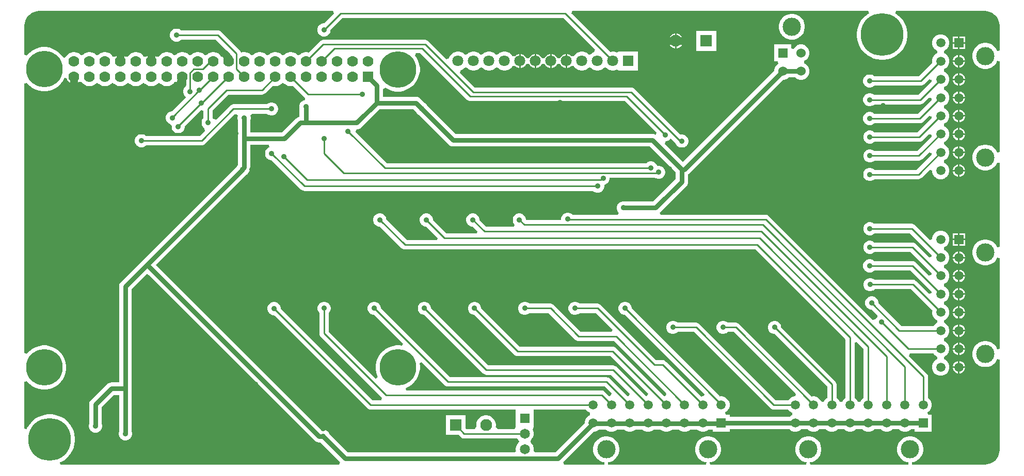
<source format=gbl>
G04*
G04 #@! TF.GenerationSoftware,Altium Limited,Altium Designer,22.11.1 (43)*
G04*
G04 Layer_Physical_Order=2*
G04 Layer_Color=16711680*
%FSLAX44Y44*%
%MOMM*%
G71*
G04*
G04 #@! TF.SameCoordinates,7B4F1FB2-3D38-43E9-9EC1-43097A92C870*
G04*
G04*
G04 #@! TF.FilePolarity,Positive*
G04*
G01*
G75*
%ADD12C,0.2540*%
%ADD75C,1.2700*%
%ADD78C,0.7620*%
%ADD79R,1.6500X1.6500*%
%ADD80C,1.6500*%
%ADD81C,3.0000*%
%ADD82R,1.5300X1.5300*%
%ADD83C,1.5300*%
%ADD84R,1.5200X1.5200*%
%ADD85C,1.5200*%
%ADD86R,1.5200X1.5200*%
%ADD87C,7.0000*%
%ADD88R,1.9500X1.9500*%
%ADD89C,1.9500*%
%ADD90C,6.0000*%
%ADD91C,1.8000*%
%ADD92R,1.8000X1.8000*%
%ADD93C,1.7780*%
%ADD94R,1.7780X1.7780*%
%ADD95C,0.8890*%
G36*
X1547367Y585200D02*
X1550510Y584358D01*
X1553516Y583113D01*
X1556334Y581486D01*
X1558915Y579505D01*
X1561216Y577205D01*
X1563196Y574623D01*
X1564823Y571805D01*
X1566068Y568800D01*
X1566911Y565657D01*
X1567335Y562431D01*
Y560804D01*
Y520816D01*
X1563525Y520058D01*
X1562753Y521922D01*
X1560417Y525419D01*
X1557443Y528392D01*
X1553946Y530729D01*
X1550061Y532338D01*
X1545936Y533159D01*
X1541730D01*
X1537606Y532338D01*
X1533720Y530729D01*
X1530223Y528392D01*
X1527250Y525419D01*
X1524913Y521922D01*
X1523304Y518036D01*
X1522483Y513912D01*
Y509706D01*
X1523304Y505581D01*
X1524913Y501696D01*
X1527250Y498199D01*
X1530223Y495225D01*
X1533720Y492889D01*
X1537606Y491279D01*
X1541730Y490459D01*
X1545936D01*
X1550061Y491279D01*
X1553946Y492889D01*
X1557443Y495225D01*
X1560417Y498199D01*
X1562753Y501696D01*
X1563525Y503559D01*
X1567335Y502801D01*
Y353816D01*
X1563525Y353058D01*
X1562753Y354922D01*
X1560417Y358419D01*
X1557443Y361393D01*
X1553946Y363729D01*
X1550061Y365338D01*
X1545936Y366159D01*
X1541730D01*
X1537606Y365338D01*
X1533720Y363729D01*
X1530223Y361393D01*
X1527250Y358419D01*
X1524913Y354922D01*
X1523304Y351036D01*
X1522483Y346912D01*
Y342706D01*
X1523304Y338581D01*
X1524913Y334696D01*
X1527250Y331199D01*
X1530223Y328225D01*
X1533720Y325889D01*
X1537606Y324279D01*
X1541730Y323459D01*
X1545936D01*
X1550061Y324279D01*
X1553946Y325889D01*
X1557443Y328225D01*
X1560417Y331199D01*
X1562753Y334696D01*
X1563525Y336559D01*
X1567335Y335801D01*
Y197873D01*
X1563525Y197115D01*
X1562752Y198981D01*
X1560416Y202478D01*
X1557442Y205452D01*
X1553945Y207788D01*
X1550060Y209398D01*
X1545935Y210218D01*
X1541729D01*
X1537604Y209398D01*
X1533719Y207788D01*
X1530222Y205452D01*
X1527248Y202478D01*
X1524912Y198981D01*
X1523302Y195096D01*
X1522482Y190971D01*
Y186765D01*
X1523302Y182640D01*
X1524912Y178755D01*
X1527248Y175258D01*
X1530222Y172284D01*
X1533719Y169948D01*
X1537604Y168339D01*
X1541729Y167518D01*
X1545935D01*
X1550060Y168339D01*
X1553945Y169948D01*
X1557442Y172284D01*
X1560416Y175258D01*
X1562752Y178755D01*
X1563525Y180621D01*
X1567335Y179863D01*
Y30872D01*
X1563525Y30115D01*
X1562752Y31981D01*
X1560416Y35478D01*
X1557442Y38452D01*
X1553945Y40788D01*
X1550060Y42397D01*
X1545935Y43218D01*
X1541729D01*
X1537604Y42397D01*
X1533719Y40788D01*
X1530222Y38452D01*
X1527248Y35478D01*
X1524912Y31981D01*
X1523302Y28096D01*
X1522482Y23971D01*
Y19765D01*
X1523302Y15640D01*
X1524912Y11755D01*
X1527248Y8258D01*
X1530222Y5284D01*
X1533719Y2948D01*
X1537604Y1338D01*
X1541729Y518D01*
X1545935D01*
X1550060Y1338D01*
X1553945Y2948D01*
X1557442Y5284D01*
X1560416Y8258D01*
X1562752Y11755D01*
X1563525Y13621D01*
X1567335Y12864D01*
Y-135100D01*
Y-136727D01*
X1566911Y-139953D01*
X1566068Y-143096D01*
X1564823Y-146101D01*
X1563197Y-148919D01*
X1561216Y-151501D01*
X1558915Y-153801D01*
X1556334Y-155782D01*
X1553516Y-157409D01*
X1550510Y-158654D01*
X1547367Y-159496D01*
X1544141Y-159921D01*
X1423719D01*
X1423343Y-156111D01*
X1426798Y-155423D01*
X1430683Y-153814D01*
X1434180Y-151478D01*
X1437154Y-148504D01*
X1439490Y-145007D01*
X1441100Y-141122D01*
X1441920Y-136997D01*
Y-132791D01*
X1441100Y-128666D01*
X1439490Y-124781D01*
X1437154Y-121284D01*
X1434180Y-118310D01*
X1430683Y-115974D01*
X1426798Y-114365D01*
X1422673Y-113544D01*
X1418467D01*
X1414342Y-114365D01*
X1410457Y-115974D01*
X1406960Y-118310D01*
X1403986Y-121284D01*
X1401650Y-124781D01*
X1400040Y-128666D01*
X1399220Y-132791D01*
Y-136997D01*
X1400040Y-141122D01*
X1401650Y-145007D01*
X1403986Y-148504D01*
X1406960Y-151478D01*
X1410457Y-153814D01*
X1414342Y-155423D01*
X1417797Y-156111D01*
X1417421Y-159921D01*
X1256719D01*
X1256343Y-156111D01*
X1259798Y-155423D01*
X1263683Y-153814D01*
X1267180Y-151478D01*
X1270154Y-148504D01*
X1272490Y-145007D01*
X1274100Y-141122D01*
X1274920Y-136997D01*
Y-132791D01*
X1274100Y-128666D01*
X1272490Y-124781D01*
X1270154Y-121284D01*
X1267180Y-118310D01*
X1263683Y-115974D01*
X1259798Y-114365D01*
X1255673Y-113544D01*
X1251467D01*
X1247342Y-114365D01*
X1243457Y-115974D01*
X1239960Y-118310D01*
X1236986Y-121284D01*
X1234650Y-124781D01*
X1233040Y-128666D01*
X1232220Y-132791D01*
Y-136997D01*
X1233040Y-141122D01*
X1234650Y-145007D01*
X1236986Y-148504D01*
X1239960Y-151478D01*
X1243457Y-153814D01*
X1247342Y-155423D01*
X1250797Y-156111D01*
X1250421Y-159921D01*
X1092249D01*
X1091873Y-156111D01*
X1095328Y-155423D01*
X1099213Y-153814D01*
X1102710Y-151478D01*
X1105684Y-148504D01*
X1108020Y-145007D01*
X1109630Y-141122D01*
X1110450Y-136997D01*
Y-132791D01*
X1109630Y-128666D01*
X1108020Y-124781D01*
X1105684Y-121284D01*
X1102710Y-118310D01*
X1099213Y-115974D01*
X1095328Y-114365D01*
X1091203Y-113544D01*
X1086997D01*
X1082872Y-114365D01*
X1078987Y-115974D01*
X1075490Y-118310D01*
X1072516Y-121284D01*
X1070180Y-124781D01*
X1068570Y-128666D01*
X1067750Y-132791D01*
Y-136997D01*
X1068570Y-141122D01*
X1070180Y-145007D01*
X1072516Y-148504D01*
X1075490Y-151478D01*
X1078987Y-153814D01*
X1082872Y-155423D01*
X1086327Y-156111D01*
X1085951Y-159921D01*
X925249D01*
X924873Y-156111D01*
X928328Y-155423D01*
X932213Y-153814D01*
X935710Y-151478D01*
X938684Y-148504D01*
X941020Y-145007D01*
X942629Y-141122D01*
X943450Y-136997D01*
Y-132791D01*
X942629Y-128666D01*
X941020Y-124781D01*
X938684Y-121284D01*
X935710Y-118310D01*
X932213Y-115974D01*
X928328Y-114365D01*
X924203Y-113544D01*
X919997D01*
X915872Y-114365D01*
X911987Y-115974D01*
X908490Y-118310D01*
X905516Y-121284D01*
X903180Y-124781D01*
X901571Y-128666D01*
X900750Y-132791D01*
Y-136997D01*
X901571Y-141122D01*
X903180Y-145007D01*
X905516Y-148504D01*
X908490Y-151478D01*
X911987Y-153814D01*
X915872Y-155423D01*
X919327Y-156111D01*
X918951Y-159921D01*
X852762D01*
X851184Y-156111D01*
X901650Y-105644D01*
X902437D01*
X905984Y-104693D01*
X909165Y-102857D01*
X909573Y-102450D01*
X921627D01*
X922035Y-102857D01*
X925216Y-104693D01*
X928763Y-105644D01*
X932437D01*
X935984Y-104693D01*
X939165Y-102857D01*
X939573Y-102450D01*
X951627D01*
X952035Y-102857D01*
X955216Y-104693D01*
X958763Y-105644D01*
X962437D01*
X965984Y-104693D01*
X969165Y-102857D01*
X969573Y-102450D01*
X981627D01*
X982035Y-102857D01*
X985216Y-104693D01*
X988764Y-105644D01*
X992437D01*
X995984Y-104693D01*
X999165Y-102857D01*
X999573Y-102450D01*
X1011627D01*
X1012035Y-102857D01*
X1015216Y-104693D01*
X1018763Y-105644D01*
X1022437D01*
X1025984Y-104693D01*
X1029165Y-102857D01*
X1029573Y-102450D01*
X1041627D01*
X1042035Y-102857D01*
X1045216Y-104693D01*
X1048763Y-105644D01*
X1052437D01*
X1055984Y-104693D01*
X1059165Y-102857D01*
X1059573Y-102450D01*
X1071627D01*
X1072035Y-102857D01*
X1075216Y-104693D01*
X1078764Y-105644D01*
X1082437D01*
X1085984Y-104693D01*
X1089165Y-102857D01*
X1089573Y-102450D01*
X1096650D01*
Y-105644D01*
X1124550D01*
Y-101942D01*
X1222589D01*
X1223504Y-102857D01*
X1226685Y-104693D01*
X1230233Y-105644D01*
X1233906D01*
X1237455Y-104693D01*
X1240636Y-102857D01*
X1241551Y-101942D01*
X1252589D01*
X1253504Y-102857D01*
X1256685Y-104693D01*
X1260233Y-105644D01*
X1263906D01*
X1267455Y-104693D01*
X1270636Y-102857D01*
X1271551Y-101942D01*
X1282589D01*
X1283504Y-102857D01*
X1286685Y-104693D01*
X1290233Y-105644D01*
X1293907D01*
X1297455Y-104693D01*
X1300636Y-102857D01*
X1301551Y-101942D01*
X1312589D01*
X1313504Y-102857D01*
X1316685Y-104693D01*
X1320233Y-105644D01*
X1323907D01*
X1327455Y-104693D01*
X1330636Y-102857D01*
X1331551Y-101942D01*
X1342589D01*
X1343504Y-102857D01*
X1346685Y-104693D01*
X1350233Y-105644D01*
X1353907D01*
X1357455Y-104693D01*
X1360636Y-102857D01*
X1361551Y-101942D01*
X1372589D01*
X1373504Y-102857D01*
X1376685Y-104693D01*
X1380233Y-105644D01*
X1383907D01*
X1387455Y-104693D01*
X1390636Y-102857D01*
X1391551Y-101942D01*
X1402589D01*
X1403504Y-102857D01*
X1406685Y-104693D01*
X1410233Y-105644D01*
X1413907D01*
X1417455Y-104693D01*
X1420636Y-102857D01*
X1421551Y-101942D01*
X1428120D01*
Y-105644D01*
X1456020D01*
Y-77744D01*
X1449790D01*
X1448770Y-73934D01*
X1450636Y-72857D01*
X1453233Y-70259D01*
X1455069Y-67078D01*
X1456020Y-63531D01*
Y-59858D01*
X1455069Y-56309D01*
X1453233Y-53128D01*
X1450636Y-50531D01*
X1449756Y-50023D01*
Y-15270D01*
X1449494Y-13281D01*
X1448726Y-11427D01*
X1447505Y-9835D01*
X1418741Y18928D01*
X1420319Y22738D01*
X1458929D01*
X1459469Y21802D01*
X1462066Y19205D01*
X1465247Y17369D01*
X1465354Y17340D01*
Y13396D01*
X1465247Y13367D01*
X1462066Y11531D01*
X1459469Y8934D01*
X1457633Y5753D01*
X1456682Y2204D01*
Y-1469D01*
X1457633Y-5016D01*
X1459469Y-8198D01*
X1462066Y-10795D01*
X1465247Y-12631D01*
X1468795Y-13582D01*
X1472469D01*
X1476017Y-12631D01*
X1479198Y-10795D01*
X1481795Y-8198D01*
X1483631Y-5016D01*
X1484582Y-1469D01*
Y2204D01*
X1483631Y5753D01*
X1481795Y8934D01*
X1479198Y11531D01*
X1476017Y13367D01*
X1475910Y13396D01*
Y17340D01*
X1476017Y17369D01*
X1479198Y19205D01*
X1481795Y21802D01*
X1483631Y24983D01*
X1484582Y28531D01*
Y32205D01*
X1483631Y35752D01*
X1481795Y38933D01*
X1479198Y41531D01*
X1476017Y43367D01*
X1475910Y43396D01*
Y47340D01*
X1476017Y47369D01*
X1479198Y49205D01*
X1481795Y51803D01*
X1483631Y54984D01*
X1484582Y58531D01*
Y62204D01*
X1483631Y65753D01*
X1481795Y68934D01*
X1479198Y71531D01*
X1476017Y73367D01*
X1475910Y73396D01*
Y77340D01*
X1476017Y77369D01*
X1479198Y79205D01*
X1481795Y81803D01*
X1483631Y84984D01*
X1484582Y88532D01*
Y92205D01*
X1483631Y95752D01*
X1481795Y98933D01*
X1479198Y101531D01*
X1476017Y103367D01*
X1475910Y103396D01*
Y107340D01*
X1476017Y107369D01*
X1479198Y109205D01*
X1481795Y111803D01*
X1483631Y114984D01*
X1484582Y118532D01*
Y122205D01*
X1483631Y125752D01*
X1481795Y128933D01*
X1479198Y131531D01*
X1476017Y133367D01*
X1475910Y133396D01*
Y137340D01*
X1476017Y137369D01*
X1479198Y139205D01*
X1481795Y141803D01*
X1483631Y144984D01*
X1484582Y148532D01*
Y152205D01*
X1483631Y155752D01*
X1481795Y158933D01*
X1479198Y161531D01*
X1476017Y163367D01*
X1475910Y163396D01*
Y167340D01*
X1476017Y167369D01*
X1479198Y169205D01*
X1481795Y171803D01*
X1483631Y174984D01*
X1484582Y178531D01*
Y182205D01*
X1483631Y185753D01*
X1481795Y188934D01*
X1479198Y191531D01*
X1476017Y193367D01*
X1475910Y193396D01*
Y197340D01*
X1476017Y197369D01*
X1479198Y199205D01*
X1481795Y201803D01*
X1483631Y204984D01*
X1484582Y208531D01*
Y212205D01*
X1483631Y215753D01*
X1481795Y218934D01*
X1479198Y221531D01*
X1476017Y223367D01*
X1472469Y224318D01*
X1468795D01*
X1465247Y223367D01*
X1462066Y221531D01*
X1459469Y218934D01*
X1457633Y215753D01*
X1456682Y212205D01*
Y211140D01*
X1452872Y209561D01*
X1428754Y233679D01*
X1427162Y234901D01*
X1425309Y235669D01*
X1423319Y235930D01*
X1361825D01*
X1361144Y236611D01*
X1358683Y238033D01*
X1355937Y238768D01*
X1353095D01*
X1350349Y238033D01*
X1347888Y236611D01*
X1345878Y234602D01*
X1344457Y232140D01*
X1343721Y229394D01*
Y226552D01*
X1344457Y223807D01*
X1345878Y221345D01*
X1347888Y219335D01*
X1350349Y217914D01*
X1353095Y217178D01*
X1355937D01*
X1358683Y217914D01*
X1361144Y219335D01*
X1362368Y220559D01*
X1420136D01*
X1456035Y184659D01*
X1455585Y182210D01*
X1451629Y180804D01*
X1429488Y202945D01*
X1427896Y204167D01*
X1426043Y204935D01*
X1424053Y205196D01*
X1361825D01*
X1361144Y205877D01*
X1358683Y207299D01*
X1355937Y208034D01*
X1353095D01*
X1350349Y207299D01*
X1347888Y205877D01*
X1345878Y203868D01*
X1344457Y201406D01*
X1343721Y198661D01*
Y195818D01*
X1344457Y193073D01*
X1345878Y190611D01*
X1347888Y188601D01*
X1350349Y187180D01*
X1353095Y186444D01*
X1355937D01*
X1358683Y187180D01*
X1361144Y188601D01*
X1362368Y189825D01*
X1420870D01*
X1456035Y154659D01*
X1455585Y152210D01*
X1451629Y150805D01*
X1429968Y172465D01*
X1428376Y173687D01*
X1426523Y174454D01*
X1424533Y174716D01*
X1361571D01*
X1360890Y175397D01*
X1358429Y176819D01*
X1355683Y177554D01*
X1352841D01*
X1350095Y176819D01*
X1347634Y175397D01*
X1345624Y173388D01*
X1344203Y170926D01*
X1343467Y168181D01*
Y165338D01*
X1344203Y162593D01*
X1345624Y160131D01*
X1347634Y158121D01*
X1350095Y156700D01*
X1352841Y155964D01*
X1355683D01*
X1358429Y156700D01*
X1360890Y158121D01*
X1362114Y159345D01*
X1421350D01*
X1456035Y124659D01*
X1455585Y122210D01*
X1451629Y120804D01*
X1430702Y141731D01*
X1429110Y142953D01*
X1427257Y143721D01*
X1425267Y143982D01*
X1362079D01*
X1361398Y144663D01*
X1358937Y146085D01*
X1356191Y146820D01*
X1353349D01*
X1350603Y146085D01*
X1348142Y144663D01*
X1346132Y142654D01*
X1344711Y140192D01*
X1343975Y137446D01*
Y134604D01*
X1344711Y131859D01*
X1346132Y129397D01*
X1348142Y127387D01*
X1350603Y125966D01*
X1353349Y125230D01*
X1356191D01*
X1358937Y125966D01*
X1361398Y127387D01*
X1362622Y128611D01*
X1422084D01*
X1457064Y93631D01*
X1456682Y92205D01*
Y88532D01*
X1457633Y84984D01*
X1459469Y81803D01*
X1462066Y79205D01*
X1465247Y77369D01*
X1465354Y77340D01*
Y73396D01*
X1465247Y73367D01*
X1462066Y71531D01*
X1459469Y68934D01*
X1458994Y68110D01*
X1406054D01*
X1368171Y105992D01*
Y107339D01*
X1367435Y110085D01*
X1366014Y112546D01*
X1364004Y114556D01*
X1361543Y115977D01*
X1358797Y116713D01*
X1355955D01*
X1353209Y115977D01*
X1350748Y114556D01*
X1348738Y112546D01*
X1347317Y110085D01*
X1346581Y107339D01*
Y104497D01*
X1347317Y101751D01*
X1348738Y99290D01*
X1350748Y97280D01*
X1353209Y95859D01*
X1355955Y95123D01*
X1357302D01*
X1367253Y85172D01*
X1367002Y83263D01*
X1364992Y81253D01*
X1363825Y79233D01*
X1362253Y78602D01*
X1359468Y78201D01*
X1189284Y248386D01*
X1187692Y249607D01*
X1185838Y250375D01*
X1183849Y250637D01*
X1011019D01*
X1009725Y254447D01*
X1010292Y254882D01*
X1053345Y297935D01*
X1054974Y300057D01*
X1055997Y302529D01*
X1056347Y305181D01*
X1056347Y305181D01*
Y317183D01*
X1057398Y317990D01*
X1212044Y472636D01*
X1213395D01*
X1216956Y473590D01*
X1220148Y475433D01*
X1221103Y476388D01*
X1232001D01*
X1232956Y475433D01*
X1236148Y473590D01*
X1239709Y472636D01*
X1243395D01*
X1246956Y473590D01*
X1250148Y475433D01*
X1252755Y478040D01*
X1254598Y481232D01*
X1255552Y484793D01*
Y488479D01*
X1254598Y492040D01*
X1252755Y495232D01*
X1250148Y497839D01*
X1246999Y499657D01*
X1246956Y499826D01*
Y503446D01*
X1246999Y503615D01*
X1250148Y505433D01*
X1252755Y508040D01*
X1254598Y511232D01*
X1255552Y514793D01*
Y518479D01*
X1254598Y522040D01*
X1252755Y525232D01*
X1250148Y527839D01*
X1246956Y529682D01*
X1243395Y530636D01*
X1239709D01*
X1236148Y529682D01*
X1232956Y527839D01*
X1230349Y525232D01*
X1229362Y523522D01*
X1225552Y524543D01*
Y530636D01*
X1197552D01*
Y502636D01*
X1203645D01*
X1204666Y498826D01*
X1202956Y497839D01*
X1200349Y495232D01*
X1198506Y492040D01*
X1197552Y488479D01*
Y487128D01*
X1048004Y337580D01*
X1017939Y367645D01*
X1019518Y371455D01*
X1020243D01*
X1022989Y372191D01*
X1025450Y373612D01*
X1027460Y375622D01*
X1028608Y375773D01*
X1036027Y368353D01*
X1036167Y367833D01*
X1037588Y365372D01*
X1039598Y363362D01*
X1042059Y361941D01*
X1044805Y361205D01*
X1047647D01*
X1050393Y361941D01*
X1052854Y363362D01*
X1054864Y365372D01*
X1056285Y367833D01*
X1057021Y370579D01*
Y373421D01*
X1056285Y376167D01*
X1054864Y378628D01*
X1052854Y380638D01*
X1050393Y382059D01*
X1047647Y382795D01*
X1044805D01*
X1043637Y382482D01*
X968565Y457555D01*
X966973Y458776D01*
X965119Y459544D01*
X963130Y459806D01*
X706764D01*
X682057Y484512D01*
X683311Y488646D01*
X683419Y488668D01*
X686213Y489825D01*
X688727Y491505D01*
X689050Y491828D01*
X691642Y493224D01*
X694234Y491828D01*
X694557Y491505D01*
X697071Y489825D01*
X699865Y488668D01*
X702830Y488078D01*
X705854D01*
X708819Y488668D01*
X711613Y489825D01*
X714127Y491505D01*
X714450Y491828D01*
X717042Y493224D01*
X719634Y491828D01*
X719957Y491505D01*
X722471Y489825D01*
X725265Y488668D01*
X728230Y488078D01*
X731254D01*
X734219Y488668D01*
X737013Y489825D01*
X739527Y491505D01*
X739850Y491828D01*
X742442Y493224D01*
X745034Y491828D01*
X745357Y491505D01*
X747871Y489825D01*
X750665Y488668D01*
X753630Y488078D01*
X756654D01*
X759619Y488668D01*
X762413Y489825D01*
X764927Y491505D01*
X767065Y493643D01*
X767817Y494768D01*
X768619Y495130D01*
X771626Y495404D01*
X772466Y495184D01*
X773456Y494194D01*
X776088Y492674D01*
X779023Y491888D01*
X779272D01*
Y503428D01*
Y514968D01*
X779023D01*
X776088Y514182D01*
X773456Y512662D01*
X772466Y511672D01*
X771626Y511452D01*
X768619Y511726D01*
X767817Y512088D01*
X767065Y513213D01*
X764927Y515351D01*
X762413Y517031D01*
X759619Y518188D01*
X756654Y518778D01*
X753630D01*
X750665Y518188D01*
X747871Y517031D01*
X745357Y515351D01*
X745034Y515028D01*
X742442Y513632D01*
X739850Y515028D01*
X739527Y515351D01*
X737013Y517031D01*
X734219Y518188D01*
X731254Y518778D01*
X728230D01*
X725265Y518188D01*
X722471Y517031D01*
X719957Y515351D01*
X719634Y515028D01*
X717042Y513632D01*
X714450Y515028D01*
X714127Y515351D01*
X711613Y517031D01*
X708819Y518188D01*
X705854Y518778D01*
X702830D01*
X699865Y518188D01*
X697071Y517031D01*
X694557Y515351D01*
X694234Y515028D01*
X691642Y513632D01*
X689050Y515028D01*
X688727Y515351D01*
X686213Y517031D01*
X683419Y518188D01*
X680454Y518778D01*
X677430D01*
X674465Y518188D01*
X671671Y517031D01*
X669157Y515351D01*
X667019Y513213D01*
X665339Y510699D01*
X664182Y507905D01*
X664160Y507797D01*
X660026Y506543D01*
X630529Y536041D01*
X628937Y537262D01*
X627083Y538030D01*
X625094Y538292D01*
X457604D01*
X455615Y538030D01*
X453761Y537262D01*
X452170Y536041D01*
X433594Y517465D01*
X431200Y517941D01*
X428198D01*
X425254Y517355D01*
X422480Y516206D01*
X419984Y514538D01*
X419574Y514129D01*
X416998Y512846D01*
X414424Y514129D01*
X414013Y514539D01*
X411517Y516207D01*
X408744Y517356D01*
X405799Y517942D01*
X402797D01*
X399853Y517356D01*
X397080Y516207D01*
X394583Y514539D01*
X394174Y514130D01*
X391599Y512846D01*
X389023Y514130D01*
X388614Y514538D01*
X386118Y516206D01*
X383344Y517355D01*
X380400Y517941D01*
X377398D01*
X374454Y517355D01*
X371680Y516206D01*
X369184Y514538D01*
X368774Y514129D01*
X366199Y512845D01*
X363624Y514129D01*
X363214Y514538D01*
X360718Y516206D01*
X357944Y517355D01*
X355000Y517941D01*
X351998D01*
X349054Y517355D01*
X346280Y516206D01*
X343784Y514538D01*
X343374Y514128D01*
X340799Y512845D01*
X338223Y514128D01*
X337813Y514538D01*
X335317Y516205D01*
X332544Y517354D01*
X329599Y517940D01*
X326597D01*
X322892Y517355D01*
X322124Y519209D01*
X320903Y520801D01*
X320903Y520801D01*
X290310Y551393D01*
X288719Y552614D01*
X286865Y553382D01*
X284876Y553644D01*
X224594D01*
X223641Y554596D01*
X221180Y556017D01*
X218434Y556753D01*
X215592D01*
X212846Y556017D01*
X210385Y554596D01*
X208375Y552586D01*
X206954Y550125D01*
X206218Y547379D01*
Y544537D01*
X206954Y541791D01*
X208375Y539330D01*
X210385Y537320D01*
X212846Y535899D01*
X215592Y535163D01*
X218434D01*
X221180Y535899D01*
X223641Y537320D01*
X224594Y538272D01*
X281692D01*
X302024Y517941D01*
X301560Y515808D01*
X300604Y513973D01*
X298287Y513352D01*
X295681Y511847D01*
X294584Y510750D01*
X293540Y510520D01*
X290975Y510752D01*
X289980Y511151D01*
X289136Y512415D01*
X287013Y514538D01*
X284517Y516205D01*
X281744Y517354D01*
X278799Y517940D01*
X275797D01*
X272853Y517354D01*
X270079Y516205D01*
X267583Y514538D01*
X267174Y514128D01*
X264597Y512845D01*
X262023Y514128D01*
X261612Y514538D01*
X259116Y516206D01*
X256343Y517355D01*
X253399Y517941D01*
X250397D01*
X247452Y517355D01*
X244679Y516206D01*
X242183Y514538D01*
X241773Y514129D01*
X239198Y512845D01*
X236622Y514129D01*
X236213Y514538D01*
X233717Y516205D01*
X230944Y517354D01*
X227999Y517940D01*
X224997D01*
X222053Y517354D01*
X219279Y516205D01*
X216783Y514538D01*
X216374Y514129D01*
X213798Y512845D01*
X211224Y514129D01*
X210814Y514538D01*
X208318Y516206D01*
X205544Y517355D01*
X202600Y517941D01*
X199598D01*
X196654Y517355D01*
X193880Y516206D01*
X191384Y514538D01*
X189261Y512416D01*
X188417Y511151D01*
X187423Y510753D01*
X184858Y510520D01*
X183813Y510749D01*
X182717Y511846D01*
X180110Y513351D01*
X177203Y514130D01*
X176969D01*
Y502700D01*
X174429D01*
Y514130D01*
X174194D01*
X171287Y513351D01*
X168680Y511846D01*
X167584Y510751D01*
X166541Y510521D01*
X163973Y510754D01*
X162981Y511153D01*
X162137Y512416D01*
X160014Y514538D01*
X157518Y516206D01*
X154745Y517355D01*
X151800Y517941D01*
X148798D01*
X145854Y517355D01*
X143080Y516206D01*
X140584Y514538D01*
X138462Y512416D01*
X137617Y511151D01*
X136623Y510753D01*
X134059Y510520D01*
X133013Y510749D01*
X131917Y511846D01*
X129310Y513351D01*
X126403Y514130D01*
X126168D01*
Y502700D01*
X123628D01*
Y514130D01*
X123394D01*
X120487Y513351D01*
X117880Y511846D01*
X116783Y510749D01*
X115738Y510520D01*
X113174Y510753D01*
X112180Y511151D01*
X111335Y512416D01*
X109213Y514538D01*
X106716Y516206D01*
X103943Y517355D01*
X100999Y517941D01*
X97997D01*
X95052Y517355D01*
X92279Y516206D01*
X89783Y514538D01*
X89373Y514129D01*
X86798Y512845D01*
X84222Y514129D01*
X83813Y514538D01*
X81317Y516205D01*
X78544Y517354D01*
X75599Y517940D01*
X72597D01*
X69653Y517354D01*
X66880Y516205D01*
X64383Y514538D01*
X63974Y514129D01*
X61398Y512845D01*
X58824Y514129D01*
X58414Y514538D01*
X55918Y516206D01*
X53144Y517355D01*
X50200Y517941D01*
X47198D01*
X44254Y517355D01*
X41480Y516206D01*
X38984Y514538D01*
X36862Y512416D01*
X35194Y509920D01*
X35072Y509627D01*
X32167Y509207D01*
X30848Y509384D01*
X27726Y513680D01*
X23680Y517726D01*
X19052Y521089D01*
X13953Y523687D01*
X8512Y525455D01*
X2861Y526350D01*
X-2861D01*
X-8512Y525455D01*
X-13953Y523687D01*
X-19052Y521089D01*
X-23680Y517726D01*
X-27726Y513680D01*
X-28631Y512436D01*
X-32441Y513674D01*
Y560804D01*
Y562431D01*
X-32016Y565657D01*
X-31174Y568800D01*
X-29929Y571805D01*
X-28302Y574623D01*
X-26321Y577205D01*
X-24021Y579505D01*
X-21439Y581486D01*
X-18621Y583113D01*
X-15616Y584358D01*
X-12473Y585200D01*
X-9247Y585625D01*
X474019D01*
X475477Y582105D01*
X458904Y565531D01*
X457557D01*
X454811Y564795D01*
X452350Y563374D01*
X450340Y561364D01*
X448919Y558903D01*
X448183Y556157D01*
Y553315D01*
X448919Y550569D01*
X450340Y548108D01*
X452350Y546098D01*
X454811Y544677D01*
X457557Y543941D01*
X460399D01*
X463145Y544677D01*
X465606Y546098D01*
X467616Y548108D01*
X469037Y550569D01*
X469773Y553315D01*
Y554662D01*
X489240Y574129D01*
X851372D01*
X903368Y522133D01*
X903226Y520284D01*
X902258Y517854D01*
X900271Y517031D01*
X897757Y515351D01*
X897434Y515028D01*
X894842Y513632D01*
X892250Y515028D01*
X891927Y515351D01*
X889413Y517031D01*
X886619Y518188D01*
X883654Y518778D01*
X880630D01*
X877665Y518188D01*
X874871Y517031D01*
X872357Y515351D01*
X870219Y513213D01*
X869467Y512088D01*
X868665Y511726D01*
X865658Y511452D01*
X864818Y511672D01*
X863828Y512662D01*
X861196Y514182D01*
X858261Y514968D01*
X858012D01*
Y503428D01*
Y491888D01*
X858261D01*
X861196Y492674D01*
X863828Y494194D01*
X864818Y495184D01*
X865658Y495404D01*
X868665Y495130D01*
X869467Y494768D01*
X870219Y493643D01*
X872357Y491505D01*
X874871Y489825D01*
X877665Y488668D01*
X880630Y488078D01*
X883654D01*
X886619Y488668D01*
X889413Y489825D01*
X891927Y491505D01*
X892250Y491828D01*
X894842Y493224D01*
X897434Y491828D01*
X897757Y491505D01*
X900271Y489825D01*
X903065Y488668D01*
X906030Y488078D01*
X909054D01*
X912019Y488668D01*
X914813Y489825D01*
X917327Y491505D01*
X917650Y491828D01*
X920242Y493224D01*
X922834Y491828D01*
X923157Y491505D01*
X925671Y489825D01*
X928465Y488668D01*
X931430Y488078D01*
X934454D01*
X937419Y488668D01*
X939182Y489398D01*
X942992Y488078D01*
Y488078D01*
X973692D01*
Y518778D01*
X942992D01*
X942992Y518778D01*
X939182Y517458D01*
X937419Y518188D01*
X934454Y518778D01*
X931430D01*
X928954Y518285D01*
X865135Y582105D01*
X866593Y585625D01*
X1351907D01*
X1352928Y581815D01*
X1351626Y581063D01*
X1347326Y577763D01*
X1343493Y573930D01*
X1340193Y569630D01*
X1337483Y564936D01*
X1335408Y559928D01*
X1334005Y554692D01*
X1333298Y549318D01*
Y543898D01*
X1334005Y538524D01*
X1335408Y533288D01*
X1337483Y528280D01*
X1340193Y523586D01*
X1343493Y519286D01*
X1347326Y515453D01*
X1351626Y512153D01*
X1356320Y509443D01*
X1361328Y507368D01*
X1366564Y505965D01*
X1371938Y505258D01*
X1377358D01*
X1382732Y505965D01*
X1387968Y507368D01*
X1392976Y509443D01*
X1397670Y512153D01*
X1401970Y515453D01*
X1405803Y519286D01*
X1409103Y523586D01*
X1411813Y528280D01*
X1413888Y533288D01*
X1415291Y538524D01*
X1415998Y543898D01*
Y549318D01*
X1415291Y554692D01*
X1413888Y559928D01*
X1411813Y564936D01*
X1409103Y569630D01*
X1405803Y573930D01*
X1401970Y577763D01*
X1397670Y581063D01*
X1396368Y581815D01*
X1397389Y585625D01*
X1544142D01*
X1547367Y585200D01*
D02*
G37*
G36*
X49969Y465871D02*
X50204D01*
X53111Y466650D01*
X55717Y468154D01*
X56813Y469250D01*
X57856Y469480D01*
X60425Y469247D01*
X61417Y468848D01*
X62261Y467585D01*
X64383Y465462D01*
X66880Y463795D01*
X69653Y462646D01*
X72597Y462060D01*
X75599D01*
X78544Y462646D01*
X81317Y463795D01*
X83813Y465462D01*
X84223Y465872D01*
X86798Y467156D01*
X89374Y465872D01*
X89783Y465463D01*
X92279Y463795D01*
X95052Y462646D01*
X97997Y462061D01*
X100999D01*
X103943Y462646D01*
X106716Y463795D01*
X109213Y465463D01*
X109622Y465873D01*
X112198Y467156D01*
X114773Y465873D01*
X115183Y465462D01*
X117680Y463795D01*
X120453Y462646D01*
X123397Y462060D01*
X126399D01*
X129344Y462646D01*
X132117Y463795D01*
X134613Y465462D01*
X135024Y465873D01*
X137598Y467156D01*
X140174Y465873D01*
X140584Y465463D01*
X143080Y463795D01*
X145854Y462646D01*
X148798Y462061D01*
X151800D01*
X154745Y462646D01*
X157518Y463795D01*
X160014Y465463D01*
X160423Y465872D01*
X162999Y467156D01*
X165574Y465872D01*
X165983Y465462D01*
X168479Y463795D01*
X171253Y462646D01*
X174197Y462060D01*
X177199D01*
X180144Y462646D01*
X182917Y463795D01*
X185413Y465462D01*
X185824Y465873D01*
X188398Y467156D01*
X190974Y465873D01*
X191384Y465463D01*
X193880Y463795D01*
X196654Y462646D01*
X199598Y462061D01*
X202600D01*
X205544Y462646D01*
X208318Y463795D01*
X210814Y465463D01*
X212937Y467586D01*
X213780Y468848D01*
X214773Y469247D01*
X217342Y469479D01*
X218384Y469250D01*
X219480Y468154D01*
X222087Y466649D01*
X224994Y465870D01*
X225228D01*
Y477300D01*
X227768D01*
Y465870D01*
X228003D01*
X231074Y462748D01*
Y460971D01*
X230122Y460018D01*
X228701Y457557D01*
X227965Y454811D01*
Y451969D01*
X228701Y449223D01*
X230122Y446762D01*
X232132Y444752D01*
X232259Y443788D01*
X209476Y421005D01*
X208891D01*
X206145Y420269D01*
X203684Y418848D01*
X201674Y416838D01*
X200253Y414377D01*
X199517Y411631D01*
Y408789D01*
X200253Y406043D01*
X201674Y403582D01*
X203684Y401572D01*
X206145Y400151D01*
X209169Y397153D01*
Y394311D01*
X209905Y391565D01*
X211326Y389104D01*
X213336Y387094D01*
X215797Y385673D01*
X218543Y384937D01*
X221385D01*
X224131Y385673D01*
X226592Y387094D01*
X228602Y389104D01*
X230023Y391565D01*
X230759Y394311D01*
Y395912D01*
X257490Y422643D01*
X261300Y421726D01*
Y409917D01*
X260348Y408964D01*
X258927Y406503D01*
X258191Y403757D01*
Y400915D01*
X258927Y398169D01*
X260348Y395708D01*
X262358Y393698D01*
X263015Y393318D01*
X263928Y388844D01*
X255134Y380050D01*
X167093D01*
X166140Y381002D01*
X163679Y382423D01*
X160933Y383159D01*
X158091D01*
X155345Y382423D01*
X152884Y381002D01*
X150874Y378992D01*
X149453Y376531D01*
X148717Y373785D01*
Y370943D01*
X149453Y368197D01*
X150874Y365736D01*
X152884Y363726D01*
X155345Y362305D01*
X158091Y361569D01*
X160933D01*
X163679Y362305D01*
X166140Y363726D01*
X167093Y364678D01*
X258318D01*
X260307Y364940D01*
X262161Y365708D01*
X263753Y366929D01*
X312197Y415374D01*
X315114Y415576D01*
X316847Y415098D01*
X317814Y413192D01*
X317303Y411287D01*
Y408445D01*
X317851Y406403D01*
Y375666D01*
Y332932D01*
X316990Y332071D01*
X315933Y330240D01*
X161756Y176064D01*
X125850Y140157D01*
X124221Y138035D01*
X123197Y135563D01*
X122848Y132911D01*
X122848Y132911D01*
Y-24804D01*
X110236D01*
X110236Y-24804D01*
X107584Y-25154D01*
X105112Y-26177D01*
X102990Y-27806D01*
X76828Y-53968D01*
X75199Y-56090D01*
X74176Y-58562D01*
X73826Y-61214D01*
X73826Y-61214D01*
Y-92802D01*
X73279Y-94845D01*
Y-97687D01*
X74015Y-100433D01*
X75436Y-102894D01*
X77446Y-104904D01*
X79907Y-106325D01*
X82653Y-107061D01*
X85495D01*
X88241Y-106325D01*
X90702Y-104904D01*
X92712Y-102894D01*
X94133Y-100433D01*
X94869Y-97687D01*
Y-94845D01*
X94322Y-92802D01*
Y-65459D01*
X114481Y-45300D01*
X122848D01*
Y-105502D01*
X122301Y-107545D01*
Y-110387D01*
X123037Y-113133D01*
X124458Y-115594D01*
X126468Y-117604D01*
X128929Y-119025D01*
X131675Y-119761D01*
X134517D01*
X137263Y-119025D01*
X139724Y-117604D01*
X141734Y-115594D01*
X143155Y-113133D01*
X143891Y-110387D01*
Y-107545D01*
X143344Y-105502D01*
Y-35052D01*
Y128666D01*
X169003Y154325D01*
X443615Y-120287D01*
X445737Y-121916D01*
X448209Y-122940D01*
X450861Y-123289D01*
X452996D01*
X485818Y-156111D01*
X484240Y-159921D01*
X26826D01*
X26068Y-156111D01*
X27472Y-155529D01*
X32166Y-152819D01*
X36466Y-149519D01*
X40299Y-145686D01*
X43599Y-141386D01*
X46309Y-136692D01*
X48384Y-131684D01*
X49787Y-126448D01*
X50494Y-121074D01*
Y-115654D01*
X49787Y-110280D01*
X48384Y-105044D01*
X46309Y-100036D01*
X43599Y-95342D01*
X40299Y-91042D01*
X36466Y-87209D01*
X32166Y-83909D01*
X27472Y-81199D01*
X22464Y-79124D01*
X17228Y-77722D01*
X11854Y-77014D01*
X6434D01*
X1060Y-77722D01*
X-4176Y-79124D01*
X-9184Y-81199D01*
X-13878Y-83909D01*
X-18178Y-87209D01*
X-22011Y-91042D01*
X-25311Y-95342D01*
X-28021Y-100036D01*
X-28631Y-101507D01*
X-32441Y-100749D01*
Y-23928D01*
X-28631Y-22690D01*
X-27726Y-23934D01*
X-23680Y-27980D01*
X-19052Y-31343D01*
X-13953Y-33941D01*
X-8512Y-35709D01*
X-2861Y-36604D01*
X2861D01*
X8512Y-35709D01*
X13953Y-33941D01*
X19052Y-31343D01*
X23680Y-27980D01*
X27726Y-23934D01*
X31089Y-19305D01*
X33687Y-14208D01*
X35455Y-8766D01*
X36350Y-3115D01*
Y2607D01*
X35455Y8258D01*
X33687Y13700D01*
X31089Y18798D01*
X27726Y23426D01*
X23680Y27472D01*
X19052Y30835D01*
X13953Y33433D01*
X8512Y35201D01*
X2861Y36096D01*
X-2861D01*
X-8512Y35201D01*
X-13953Y33433D01*
X-19052Y30835D01*
X-23680Y27472D01*
X-27726Y23426D01*
X-28631Y22182D01*
X-32441Y23420D01*
Y466326D01*
X-28631Y467564D01*
X-27726Y466320D01*
X-23680Y462274D01*
X-19052Y458911D01*
X-13953Y456313D01*
X-8512Y454545D01*
X-2861Y453650D01*
X2861D01*
X8512Y454545D01*
X13953Y456313D01*
X19052Y458911D01*
X23680Y462274D01*
X27726Y466320D01*
X31089Y470948D01*
X33504Y475688D01*
X33951Y475808D01*
X37758Y473970D01*
X38048Y472889D01*
X39553Y470283D01*
X41681Y468154D01*
X44287Y466650D01*
X47194Y465871D01*
X47429D01*
Y477301D01*
X49969D01*
Y465871D01*
D02*
G37*
G36*
X394174Y465873D02*
X394583Y465464D01*
X397080Y463796D01*
X399853Y462647D01*
X402797Y462062D01*
X405799D01*
X408193Y462538D01*
X427601Y443129D01*
X427601Y443129D01*
X427707Y443048D01*
X427757Y441634D01*
X427534Y440559D01*
X426730Y438996D01*
X425093Y438557D01*
X422632Y437136D01*
X420622Y435126D01*
X419201Y432665D01*
X418465Y429919D01*
Y427077D01*
X419012Y425034D01*
Y411897D01*
X417718Y411726D01*
X415246Y410703D01*
X413124Y409074D01*
X389963Y385914D01*
X338346D01*
Y406403D01*
X338893Y408445D01*
Y411287D01*
X338383Y413192D01*
X339643Y415676D01*
X340843Y417002D01*
X365545D01*
X366498Y416050D01*
X368959Y414629D01*
X371705Y413893D01*
X374547D01*
X377293Y414629D01*
X379754Y416050D01*
X381764Y418060D01*
X383185Y420521D01*
X383921Y423267D01*
Y426109D01*
X383185Y428855D01*
X381764Y431316D01*
X379754Y433326D01*
X377293Y434747D01*
X374547Y435483D01*
X371705D01*
X368959Y434747D01*
X366498Y433326D01*
X365545Y432374D01*
X310642D01*
X308653Y432112D01*
X306799Y431344D01*
X305207Y430123D01*
X282478Y407394D01*
X278004Y408307D01*
X277624Y408964D01*
X276672Y409917D01*
Y422266D01*
X302650Y448244D01*
X357528D01*
X359518Y448506D01*
X361371Y449274D01*
X362963Y450495D01*
X375005Y462537D01*
X377398Y462061D01*
X380400D01*
X383344Y462646D01*
X386118Y463795D01*
X388614Y465463D01*
X389024Y465873D01*
X391598Y467157D01*
X394174Y465873D01*
D02*
G37*
G36*
X693573Y439827D02*
X693573Y439827D01*
X695165Y438606D01*
X697019Y437838D01*
X699008Y437576D01*
X699008Y437576D01*
X952626D01*
X1004841Y385362D01*
X1002836Y382255D01*
X1000364Y383279D01*
X997712Y383628D01*
X997712Y383628D01*
X675059D01*
X629202Y429485D01*
X628144Y431316D01*
X626134Y433326D01*
X624303Y434384D01*
X616846Y441840D01*
X614724Y443469D01*
X612252Y444492D01*
X609600Y444842D01*
X609600Y444842D01*
X555840D01*
Y457659D01*
X559650Y459600D01*
X560948Y458657D01*
X566046Y456059D01*
X571488Y454291D01*
X577139Y453396D01*
X582861D01*
X588512Y454291D01*
X593954Y456059D01*
X599052Y458657D01*
X603680Y462020D01*
X607726Y466066D01*
X611089Y470695D01*
X613687Y475793D01*
X615455Y481234D01*
X616350Y486885D01*
Y492607D01*
X615455Y498258D01*
X613687Y503700D01*
X611089Y508798D01*
X608443Y512440D01*
X609855Y516250D01*
X617150D01*
X693573Y439827D01*
D02*
G37*
G36*
X609810Y419891D02*
X610868Y418060D01*
X612878Y416050D01*
X614709Y414992D01*
X663568Y366134D01*
X663568Y366134D01*
X665690Y364505D01*
X668162Y363481D01*
X670814Y363132D01*
X993467D01*
X1035851Y320748D01*
Y309426D01*
X998801Y272376D01*
X953424D01*
X951381Y272923D01*
X948539D01*
X945793Y272187D01*
X943332Y270766D01*
X941322Y268756D01*
X939901Y266295D01*
X939165Y263549D01*
Y260707D01*
X939901Y257961D01*
X941322Y255500D01*
X942375Y254447D01*
X941022Y250637D01*
X866990D01*
X865402Y252224D01*
X862941Y253645D01*
X860195Y254381D01*
X857353D01*
X854607Y253645D01*
X852146Y252224D01*
X850136Y250214D01*
X848715Y247753D01*
X847979Y245007D01*
Y242165D01*
X847944Y242120D01*
X790715D01*
X790342Y242493D01*
Y243840D01*
X789606Y246585D01*
X788185Y249047D01*
X786176Y251057D01*
X783714Y252478D01*
X780968Y253214D01*
X778126D01*
X775380Y252478D01*
X772919Y251057D01*
X770909Y249047D01*
X769488Y246585D01*
X768752Y243840D01*
Y240997D01*
X769488Y238252D01*
X770909Y235790D01*
X771962Y234737D01*
X770609Y230927D01*
X725541D01*
X713976Y242493D01*
Y243840D01*
X713240Y246585D01*
X711819Y249047D01*
X709809Y251057D01*
X707347Y252478D01*
X704602Y253214D01*
X701759D01*
X699014Y252478D01*
X696552Y251057D01*
X694542Y249047D01*
X693121Y246585D01*
X692386Y243840D01*
Y240997D01*
X693121Y238252D01*
X694542Y235790D01*
X696552Y233780D01*
X699014Y232359D01*
X701759Y231623D01*
X703106D01*
X710926Y223804D01*
X709468Y220284D01*
X659818D01*
X637609Y242493D01*
Y243840D01*
X636874Y246585D01*
X635452Y249047D01*
X633442Y251057D01*
X630981Y252478D01*
X628235Y253214D01*
X625393D01*
X622647Y252478D01*
X620186Y251057D01*
X618176Y249047D01*
X616755Y246585D01*
X616019Y243840D01*
Y240997D01*
X616755Y238252D01*
X618176Y235790D01*
X620186Y233780D01*
X622647Y232359D01*
X625393Y231623D01*
X626740D01*
X645735Y212628D01*
X644277Y209108D01*
X595258D01*
X561243Y243123D01*
Y243840D01*
X560507Y246585D01*
X559086Y249047D01*
X557076Y251057D01*
X554614Y252478D01*
X551869Y253214D01*
X549026D01*
X546281Y252478D01*
X543819Y251057D01*
X541810Y249047D01*
X540388Y246585D01*
X539653Y243840D01*
Y240997D01*
X540388Y238252D01*
X541810Y235790D01*
X543819Y233780D01*
X546281Y232359D01*
X549026Y231623D01*
X551003D01*
X586639Y195987D01*
X588231Y194766D01*
X590085Y193998D01*
X592074Y193736D01*
X592074Y193736D01*
X1166690D01*
X1314384Y46041D01*
Y-50023D01*
X1313504Y-50531D01*
X1310907Y-53128D01*
X1309071Y-56309D01*
X1309042Y-56416D01*
X1305098D01*
X1305069Y-56309D01*
X1303233Y-53128D01*
X1300636Y-50531D01*
X1299756Y-50023D01*
Y-28170D01*
X1299756Y-28170D01*
X1299494Y-26181D01*
X1298726Y-24327D01*
X1297505Y-22735D01*
X1297504Y-22735D01*
X1208909Y65860D01*
Y67207D01*
X1208173Y69953D01*
X1206752Y72414D01*
X1204742Y74424D01*
X1202281Y75845D01*
X1199535Y76581D01*
X1196693D01*
X1193947Y75845D01*
X1191486Y74424D01*
X1189476Y72414D01*
X1188055Y69953D01*
X1187319Y67207D01*
Y64365D01*
X1188055Y61619D01*
X1189476Y59158D01*
X1191486Y57148D01*
X1193947Y55727D01*
X1196693Y54991D01*
X1198040D01*
X1284384Y-31354D01*
Y-50023D01*
X1283504Y-50531D01*
X1280907Y-53128D01*
X1279071Y-56309D01*
X1279042Y-56416D01*
X1275098D01*
X1275069Y-56309D01*
X1273233Y-53128D01*
X1270636Y-50531D01*
X1267455Y-48695D01*
X1263906Y-47744D01*
X1260233D01*
X1259252Y-48007D01*
X1140025Y71221D01*
X1138433Y72442D01*
X1136579Y73210D01*
X1134590Y73472D01*
X1121138D01*
X1120186Y74424D01*
X1117725Y75845D01*
X1114979Y76581D01*
X1112137D01*
X1109391Y75845D01*
X1106929Y74424D01*
X1104920Y72414D01*
X1103498Y69953D01*
X1102763Y67207D01*
Y64365D01*
X1103498Y61619D01*
X1104920Y59158D01*
X1106929Y57148D01*
X1109391Y55727D01*
X1112137Y54991D01*
X1114979D01*
X1117725Y55727D01*
X1120186Y57148D01*
X1121138Y58100D01*
X1131406D01*
X1233441Y-43934D01*
X1231862Y-47744D01*
X1230233D01*
X1226685Y-48695D01*
X1223504Y-50531D01*
X1220907Y-53128D01*
X1220399Y-54008D01*
X1200257D01*
X1075029Y71221D01*
X1073437Y72442D01*
X1071583Y73210D01*
X1069594Y73472D01*
X1038868D01*
X1037916Y74424D01*
X1035454Y75845D01*
X1032709Y76581D01*
X1029866D01*
X1027121Y75845D01*
X1024659Y74424D01*
X1022649Y72414D01*
X1021228Y69953D01*
X1020492Y67207D01*
Y64365D01*
X1021228Y61619D01*
X1022649Y59158D01*
X1024659Y57148D01*
X1027121Y55727D01*
X1029866Y54991D01*
X1032709D01*
X1035454Y55727D01*
X1037916Y57148D01*
X1038868Y58100D01*
X1066410D01*
X1191639Y-67129D01*
X1191639Y-67129D01*
X1193231Y-68350D01*
X1195085Y-69118D01*
X1197074Y-69380D01*
X1197074Y-69380D01*
X1220399D01*
X1220907Y-70259D01*
X1223504Y-72857D01*
X1226685Y-74693D01*
X1226792Y-74722D01*
Y-78666D01*
X1226685Y-78695D01*
X1223504Y-80531D01*
X1222589Y-81446D01*
X1124550D01*
Y-77744D01*
X1118320D01*
X1117300Y-73934D01*
X1119165Y-72857D01*
X1121763Y-70259D01*
X1123599Y-67078D01*
X1124550Y-63531D01*
Y-59858D01*
X1123599Y-56309D01*
X1121763Y-53128D01*
X1119165Y-50531D01*
X1115984Y-48695D01*
X1112437Y-47744D01*
X1108763D01*
X1108531Y-47806D01*
X963622Y97102D01*
Y98449D01*
X962887Y101195D01*
X961466Y103656D01*
X959456Y105666D01*
X956994Y107087D01*
X954249Y107823D01*
X951406D01*
X948661Y107087D01*
X946199Y105666D01*
X944189Y103656D01*
X942768Y101195D01*
X942032Y98449D01*
Y95607D01*
X942768Y92861D01*
X944189Y90400D01*
X946199Y88390D01*
X948661Y86969D01*
X951406Y86233D01*
X952753D01*
X1083093Y-44107D01*
X1082966Y-44810D01*
X1081423Y-47598D01*
X1080080Y-47744D01*
X1078764D01*
X1077862Y-47986D01*
X1077771Y-47996D01*
X1020023Y9753D01*
X1018431Y10974D01*
X1016577Y11742D01*
X1014588Y12004D01*
X1003944D01*
X913485Y102463D01*
X911893Y103684D01*
X910039Y104452D01*
X908050Y104714D01*
X878138D01*
X877185Y105666D01*
X874724Y107087D01*
X871978Y107823D01*
X869136D01*
X866390Y107087D01*
X863929Y105666D01*
X861919Y103656D01*
X860498Y101195D01*
X859762Y98449D01*
Y95607D01*
X860498Y92861D01*
X861919Y90400D01*
X863929Y88390D01*
X866390Y86969D01*
X869136Y86233D01*
X871978D01*
X874724Y86969D01*
X877185Y88390D01*
X878138Y89342D01*
X904866D01*
X932203Y62006D01*
X930745Y58486D01*
X880246D01*
X836269Y102463D01*
X834677Y103684D01*
X832823Y104452D01*
X830834Y104714D01*
X795868D01*
X794915Y105666D01*
X792454Y107087D01*
X789708Y107823D01*
X786866D01*
X784120Y107087D01*
X781659Y105666D01*
X779649Y103656D01*
X778228Y101195D01*
X777492Y98449D01*
Y95607D01*
X778228Y92861D01*
X779649Y90400D01*
X781659Y88390D01*
X784120Y86969D01*
X786866Y86233D01*
X789708D01*
X792454Y86969D01*
X794915Y88390D01*
X795868Y89342D01*
X827650D01*
X871627Y45365D01*
X873219Y44144D01*
X875073Y43376D01*
X877062Y43114D01*
X877062Y43114D01*
X934922D01*
X1020822Y-42786D01*
X1019403Y-46680D01*
X1016872Y-47097D01*
X937925Y31851D01*
X936333Y33072D01*
X934479Y33840D01*
X932490Y34102D01*
X779812D01*
X716812Y97102D01*
Y98449D01*
X716076Y101195D01*
X714655Y103656D01*
X712645Y105666D01*
X710183Y107087D01*
X707438Y107823D01*
X704596D01*
X701850Y107087D01*
X699389Y105666D01*
X697379Y103656D01*
X695957Y101195D01*
X695222Y98449D01*
Y95607D01*
X695957Y92861D01*
X697379Y90400D01*
X699389Y88390D01*
X701850Y86969D01*
X704596Y86233D01*
X705943D01*
X771194Y20981D01*
X772786Y19760D01*
X774640Y18992D01*
X776629Y18730D01*
X776629Y18730D01*
X929306D01*
X990822Y-42786D01*
X989403Y-46680D01*
X986872Y-47097D01*
X938913Y863D01*
X937321Y2084D01*
X935467Y2852D01*
X933478Y3114D01*
X728530D01*
X634542Y97102D01*
Y98449D01*
X633806Y101195D01*
X632385Y103656D01*
X630375Y105666D01*
X627913Y107087D01*
X625168Y107823D01*
X622325D01*
X619580Y107087D01*
X617118Y105666D01*
X615108Y103656D01*
X613687Y101195D01*
X612952Y98449D01*
Y95607D01*
X613687Y92861D01*
X615108Y90400D01*
X617118Y88390D01*
X619580Y86969D01*
X622325Y86233D01*
X623672D01*
X719912Y-10007D01*
X721504Y-11228D01*
X723357Y-11996D01*
X725347Y-12258D01*
X930294D01*
X960822Y-42786D01*
X959403Y-46680D01*
X956872Y-47097D01*
X928217Y-18441D01*
X926625Y-17220D01*
X924771Y-16452D01*
X922782Y-16190D01*
X665564D01*
X552271Y97102D01*
Y98449D01*
X551536Y101195D01*
X550115Y103656D01*
X548105Y105666D01*
X545643Y107087D01*
X542898Y107823D01*
X540055D01*
X537310Y107087D01*
X534848Y105666D01*
X532838Y103656D01*
X531417Y101195D01*
X530681Y98449D01*
Y95607D01*
X531417Y92861D01*
X532838Y90400D01*
X534848Y88390D01*
X537310Y86969D01*
X540055Y86233D01*
X541402D01*
X588589Y39046D01*
X586770Y35477D01*
X582861Y36096D01*
X577139D01*
X571488Y35201D01*
X566046Y33433D01*
X560948Y30835D01*
X556320Y27472D01*
X552274Y23426D01*
X548911Y18798D01*
X546313Y13700D01*
X544545Y8258D01*
X543650Y2607D01*
Y-3115D01*
X544545Y-8766D01*
X546313Y-14208D01*
X547342Y-16226D01*
X544221Y-18494D01*
X466892Y58835D01*
Y89447D01*
X467844Y90400D01*
X469266Y92861D01*
X470001Y95607D01*
Y98449D01*
X469266Y101195D01*
X467844Y103656D01*
X465835Y105666D01*
X463373Y107087D01*
X460627Y107823D01*
X457785D01*
X455039Y107087D01*
X452578Y105666D01*
X450568Y103656D01*
X449147Y101195D01*
X448411Y98449D01*
Y95607D01*
X449147Y92861D01*
X450568Y90400D01*
X451520Y89447D01*
Y55652D01*
X451782Y53663D01*
X452550Y51809D01*
X453772Y50217D01*
X554187Y-50198D01*
X552913Y-53788D01*
X552726Y-54008D01*
X538842D01*
X387985Y96848D01*
Y98195D01*
X387249Y100941D01*
X385828Y103402D01*
X383818Y105412D01*
X381357Y106833D01*
X378611Y107569D01*
X375769D01*
X373023Y106833D01*
X370562Y105412D01*
X368552Y103402D01*
X367131Y100941D01*
X366395Y98195D01*
Y95353D01*
X367131Y92607D01*
X368552Y90146D01*
X370562Y88136D01*
X373023Y86715D01*
X375769Y85979D01*
X377116D01*
X530223Y-67129D01*
X531815Y-68350D01*
X533669Y-69118D01*
X535658Y-69380D01*
X773687D01*
Y-98166D01*
X772007Y-101280D01*
X743424D01*
X740693Y-97470D01*
X740870Y-96582D01*
Y-93410D01*
X740251Y-90300D01*
X739038Y-87370D01*
X737276Y-84733D01*
X735033Y-82490D01*
X732396Y-80728D01*
X729466Y-79515D01*
X726356Y-78896D01*
X723184D01*
X720074Y-79515D01*
X717144Y-80728D01*
X714507Y-82490D01*
X712264Y-84733D01*
X710502Y-87370D01*
X709289Y-90300D01*
X708670Y-93410D01*
Y-96582D01*
X708847Y-97470D01*
X706116Y-101280D01*
X691924D01*
X690870Y-100227D01*
Y-78896D01*
X658670D01*
Y-111096D01*
X680001D01*
X683305Y-114401D01*
X683305Y-114401D01*
X684897Y-115622D01*
X686751Y-116390D01*
X688740Y-116652D01*
X775866D01*
X776604Y-117931D01*
X777823Y-119149D01*
X778891Y-121666D01*
X777823Y-124183D01*
X776604Y-125401D01*
X774682Y-128731D01*
X773687Y-132444D01*
Y-136288D01*
X773836Y-136844D01*
X771516Y-139866D01*
X498559D01*
X467915Y-109223D01*
X467887Y-109117D01*
X466465Y-106656D01*
X464456Y-104646D01*
X461994Y-103225D01*
X459249Y-102489D01*
X456406D01*
X455270Y-102793D01*
X455106D01*
X183495Y168817D01*
X330425Y315747D01*
X332256Y316805D01*
X334266Y318815D01*
X335687Y321276D01*
X335762Y321555D01*
X336973Y323133D01*
X337997Y325605D01*
X338346Y328257D01*
X338346Y328257D01*
Y365418D01*
X368734D01*
X369235Y361608D01*
X368959Y361534D01*
X366498Y360113D01*
X364488Y358103D01*
X363067Y355642D01*
X362331Y352896D01*
Y350054D01*
X363067Y347308D01*
X364488Y344847D01*
X366498Y342837D01*
X368959Y341416D01*
X371705Y340680D01*
X373052D01*
X421478Y292253D01*
X423070Y291032D01*
X424924Y290264D01*
X425918Y290133D01*
X426913Y290002D01*
X426913Y290002D01*
X900469D01*
X901422Y289050D01*
X903883Y287629D01*
X906629Y286893D01*
X909471D01*
X912217Y287629D01*
X914678Y289050D01*
X916688Y291060D01*
X918109Y293521D01*
X918845Y296267D01*
Y299109D01*
X918628Y299918D01*
X921107Y300583D01*
X923568Y302004D01*
X925578Y304014D01*
X926999Y306475D01*
X927735Y309221D01*
Y311973D01*
X1001434D01*
X1001498Y311910D01*
X1003959Y310489D01*
X1006705Y309753D01*
X1009547D01*
X1012293Y310489D01*
X1014754Y311910D01*
X1016764Y313920D01*
X1018185Y316381D01*
X1018921Y319127D01*
Y321969D01*
X1018185Y324715D01*
X1016764Y327176D01*
X1014754Y329186D01*
X1012293Y330607D01*
X1009547Y331343D01*
X1006705D01*
X1005515Y331024D01*
X1005231Y332081D01*
X1003810Y334542D01*
X1001800Y336552D01*
X999339Y337973D01*
X996593Y338709D01*
X993751D01*
X991005Y337973D01*
X988544Y336552D01*
X987591Y335600D01*
X561984D01*
X510799Y386784D01*
X511803Y390552D01*
X512939Y391033D01*
X514247D01*
X516993Y391769D01*
X519454Y393190D01*
X521464Y395200D01*
X522522Y397031D01*
X549837Y424346D01*
X605355D01*
X609810Y419891D01*
D02*
G37*
G36*
X656946Y-29311D02*
X656946Y-29311D01*
X658538Y-30532D01*
X660391Y-31300D01*
X662380Y-31562D01*
X662381Y-31562D01*
X919598D01*
X930822Y-42786D01*
X929403Y-46680D01*
X926872Y-47097D01*
X920061Y-40285D01*
X918469Y-39064D01*
X916615Y-38296D01*
X914626Y-38034D01*
X593685D01*
X593081Y-34224D01*
X593954Y-33941D01*
X599052Y-31343D01*
X603680Y-27980D01*
X607726Y-23934D01*
X611089Y-19305D01*
X613687Y-14208D01*
X615455Y-8766D01*
X616350Y-3115D01*
Y2607D01*
X615731Y6516D01*
X619300Y8335D01*
X656946Y-29311D01*
D02*
G37*
G36*
X1344384Y30824D02*
Y-50023D01*
X1343504Y-50531D01*
X1340907Y-53128D01*
X1339071Y-56309D01*
X1339042Y-56416D01*
X1335098D01*
X1335069Y-56309D01*
X1333233Y-53128D01*
X1330636Y-50531D01*
X1329756Y-50023D01*
Y40475D01*
X1333276Y41933D01*
X1344384Y30824D01*
D02*
G37*
G36*
X889437Y-70259D02*
X892035Y-72857D01*
X895216Y-74693D01*
X895322Y-74722D01*
Y-78666D01*
X895216Y-78695D01*
X892035Y-80531D01*
X889437Y-83128D01*
X887601Y-86309D01*
X886650Y-89858D01*
Y-91660D01*
X838443Y-139866D01*
X805058D01*
X802738Y-136844D01*
X802887Y-136288D01*
Y-132444D01*
X801892Y-128731D01*
X799970Y-125401D01*
X798751Y-124183D01*
X797683Y-121666D01*
X798751Y-119149D01*
X799970Y-117931D01*
X801892Y-114601D01*
X802887Y-110888D01*
Y-107044D01*
X801892Y-103331D01*
X801110Y-101976D01*
X802887Y-98166D01*
X802887D01*
Y-69380D01*
X888929D01*
X889437Y-70259D01*
D02*
G37*
%LPC*%
G36*
X1228655Y581186D02*
X1224449D01*
X1220324Y580365D01*
X1216439Y578756D01*
X1212942Y576420D01*
X1209968Y573446D01*
X1207632Y569949D01*
X1206022Y566064D01*
X1205202Y561939D01*
Y557733D01*
X1206022Y553608D01*
X1207632Y549723D01*
X1209968Y546226D01*
X1212942Y543252D01*
X1216439Y540916D01*
X1220324Y539306D01*
X1224449Y538486D01*
X1228655D01*
X1232780Y539306D01*
X1236665Y540916D01*
X1240162Y543252D01*
X1243136Y546226D01*
X1245472Y549723D01*
X1247082Y553608D01*
X1247902Y557733D01*
Y561939D01*
X1247082Y566064D01*
X1245472Y569949D01*
X1243136Y573446D01*
X1240162Y576420D01*
X1236665Y578756D01*
X1232780Y580365D01*
X1228655Y581186D01*
D02*
G37*
G36*
X1037830Y548738D02*
X1037482D01*
Y537718D01*
X1048502D01*
Y538066D01*
X1047664Y541192D01*
X1046046Y543994D01*
X1043758Y546282D01*
X1040956Y547901D01*
X1037830Y548738D01*
D02*
G37*
G36*
X1034942D02*
X1034594D01*
X1031468Y547901D01*
X1028666Y546282D01*
X1026378Y543994D01*
X1024760Y541192D01*
X1023922Y538066D01*
Y537718D01*
X1034942D01*
Y548738D01*
D02*
G37*
G36*
X1510773Y543449D02*
X1501903D01*
Y534579D01*
X1510773D01*
Y543449D01*
D02*
G37*
G36*
X1499363D02*
X1490493D01*
Y534579D01*
X1499363D01*
Y543449D01*
D02*
G37*
G36*
X1048502Y535178D02*
X1037482D01*
Y524158D01*
X1037830D01*
X1040956Y524995D01*
X1043758Y526614D01*
X1046046Y528902D01*
X1047664Y531704D01*
X1048502Y534830D01*
Y535178D01*
D02*
G37*
G36*
X1034942D02*
X1023922D01*
Y534830D01*
X1024760Y531704D01*
X1026378Y528902D01*
X1028666Y526614D01*
X1031468Y524995D01*
X1034594Y524158D01*
X1034942D01*
Y535178D01*
D02*
G37*
G36*
X1510773Y532039D02*
X1501903D01*
Y523169D01*
X1510773D01*
Y532039D01*
D02*
G37*
G36*
X1499363D02*
X1490493D01*
Y523169D01*
X1499363D01*
Y532039D01*
D02*
G37*
G36*
X1102312Y552548D02*
X1070112D01*
Y520348D01*
X1102312D01*
Y552548D01*
D02*
G37*
G36*
X804672Y514968D02*
X804423D01*
X801488Y514182D01*
X798856Y512662D01*
X796708Y510514D01*
X795224Y507943D01*
X794978Y507882D01*
X791506D01*
X791260Y507943D01*
X789776Y510514D01*
X787628Y512662D01*
X784996Y514182D01*
X782061Y514968D01*
X781812D01*
Y503428D01*
Y491888D01*
X782061D01*
X784996Y492674D01*
X787628Y494194D01*
X789776Y496342D01*
X791260Y498913D01*
X791506Y498974D01*
X794978D01*
X795224Y498913D01*
X796708Y496342D01*
X798856Y494194D01*
X801488Y492674D01*
X804423Y491888D01*
X804672D01*
Y503428D01*
Y514968D01*
D02*
G37*
G36*
X855472D02*
X855223D01*
X852288Y514182D01*
X849656Y512662D01*
X847508Y510514D01*
X846024Y507943D01*
X845778Y507882D01*
X842306D01*
X842060Y507943D01*
X840576Y510514D01*
X838428Y512662D01*
X835796Y514182D01*
X832861Y514968D01*
X832612D01*
Y503428D01*
Y491888D01*
X832861D01*
X835796Y492674D01*
X838428Y494194D01*
X840576Y496342D01*
X842060Y498913D01*
X842306Y498974D01*
X845778D01*
X846024Y498913D01*
X847508Y496342D01*
X849656Y494194D01*
X852288Y492674D01*
X855223Y491888D01*
X855472D01*
Y503428D01*
Y514968D01*
D02*
G37*
G36*
X830072D02*
X829823D01*
X826888Y514182D01*
X824256Y512662D01*
X822108Y510514D01*
X820624Y507943D01*
X820378Y507882D01*
X816906D01*
X816660Y507943D01*
X815176Y510514D01*
X813028Y512662D01*
X810396Y514182D01*
X807461Y514968D01*
X807212D01*
Y503428D01*
Y491888D01*
X807461D01*
X810396Y492674D01*
X813028Y494194D01*
X815176Y496342D01*
X816660Y498913D01*
X816906Y498974D01*
X820378D01*
X820624Y498913D01*
X822108Y496342D01*
X824256Y494194D01*
X826888Y492674D01*
X829823Y491888D01*
X830072D01*
Y503428D01*
Y514968D01*
D02*
G37*
G36*
X1501968Y513449D02*
X1501903D01*
Y504579D01*
X1510773D01*
Y504644D01*
X1510082Y507223D01*
X1508747Y509535D01*
X1506859Y511423D01*
X1504547Y512758D01*
X1501968Y513449D01*
D02*
G37*
G36*
X1499363D02*
X1499298D01*
X1496719Y512758D01*
X1494407Y511423D01*
X1492519Y509535D01*
X1491184Y507223D01*
X1490493Y504644D01*
Y504579D01*
X1499363D01*
Y513449D01*
D02*
G37*
G36*
X1510773Y502039D02*
X1501903D01*
Y493169D01*
X1501968D01*
X1504547Y493860D01*
X1506859Y495195D01*
X1508747Y497083D01*
X1510082Y499395D01*
X1510773Y501974D01*
Y502039D01*
D02*
G37*
G36*
X1499363D02*
X1490493D01*
Y501974D01*
X1491184Y499395D01*
X1492519Y497083D01*
X1494407Y495195D01*
X1496719Y493860D01*
X1499298Y493169D01*
X1499363D01*
Y502039D01*
D02*
G37*
G36*
X1472470Y547259D02*
X1468797D01*
X1465249Y546308D01*
X1462068Y544472D01*
X1459471Y541874D01*
X1457634Y538693D01*
X1456683Y535145D01*
Y531472D01*
X1457634Y527924D01*
X1459471Y524743D01*
X1462068Y522146D01*
X1465249Y520309D01*
X1465355Y520281D01*
Y516337D01*
X1465249Y516308D01*
X1462068Y514472D01*
X1459471Y511874D01*
X1457634Y508693D01*
X1456683Y505145D01*
Y501472D01*
X1456946Y500491D01*
X1434738Y478283D01*
X1361589D01*
X1360636Y479236D01*
X1358175Y480657D01*
X1355429Y481393D01*
X1352587D01*
X1349841Y480657D01*
X1347380Y479236D01*
X1345370Y477226D01*
X1343949Y474764D01*
X1343213Y472019D01*
Y469176D01*
X1343949Y466431D01*
X1345370Y463969D01*
X1347380Y461959D01*
X1349841Y460538D01*
X1352587Y459803D01*
X1355429D01*
X1358175Y460538D01*
X1360636Y461959D01*
X1361589Y462912D01*
X1437922D01*
X1439911Y463174D01*
X1441765Y463941D01*
X1443356Y465163D01*
X1451725Y473531D01*
X1455620Y472112D01*
X1456037Y469581D01*
X1434004Y447549D01*
X1361589D01*
X1360636Y448502D01*
X1358175Y449923D01*
X1355429Y450658D01*
X1352587D01*
X1349841Y449923D01*
X1347380Y448502D01*
X1345370Y446492D01*
X1343949Y444030D01*
X1343213Y441285D01*
Y438442D01*
X1343949Y435697D01*
X1345370Y433235D01*
X1347380Y431225D01*
X1349841Y429804D01*
X1352587Y429068D01*
X1355429D01*
X1358175Y429804D01*
X1360636Y431225D01*
X1361589Y432178D01*
X1437188D01*
X1439177Y432440D01*
X1441031Y433207D01*
X1442623Y434429D01*
X1451725Y443531D01*
X1455620Y442111D01*
X1456036Y439581D01*
X1433270Y416815D01*
X1361843D01*
X1360890Y417768D01*
X1358429Y419189D01*
X1355683Y419925D01*
X1352841D01*
X1350095Y419189D01*
X1347634Y417768D01*
X1345624Y415758D01*
X1344203Y413296D01*
X1343467Y410551D01*
Y407708D01*
X1344203Y404963D01*
X1345624Y402501D01*
X1347634Y400491D01*
X1350095Y399070D01*
X1352841Y398335D01*
X1355683D01*
X1358429Y399070D01*
X1360890Y400491D01*
X1361843Y401444D01*
X1436454D01*
X1438443Y401706D01*
X1440297Y402473D01*
X1441889Y403695D01*
X1451725Y413531D01*
X1455620Y412111D01*
X1456036Y409581D01*
X1432536Y386081D01*
X1362097D01*
X1361144Y387034D01*
X1358683Y388455D01*
X1355937Y389190D01*
X1353095D01*
X1350349Y388455D01*
X1347888Y387034D01*
X1345878Y385024D01*
X1344457Y382562D01*
X1343721Y379817D01*
Y376974D01*
X1344457Y374229D01*
X1345878Y371767D01*
X1347888Y369757D01*
X1350349Y368336D01*
X1353095Y367601D01*
X1355937D01*
X1358683Y368336D01*
X1361144Y369757D01*
X1362097Y370710D01*
X1435720D01*
X1437709Y370972D01*
X1439563Y371739D01*
X1441154Y372961D01*
X1451725Y383531D01*
X1455620Y382112D01*
X1456037Y379581D01*
X1431802Y355347D01*
X1362097D01*
X1361144Y356300D01*
X1358683Y357721D01*
X1355937Y358456D01*
X1353095D01*
X1350349Y357721D01*
X1347888Y356300D01*
X1345878Y354290D01*
X1344457Y351828D01*
X1343721Y349083D01*
Y346240D01*
X1344457Y343495D01*
X1345878Y341033D01*
X1347888Y339023D01*
X1350349Y337602D01*
X1353095Y336866D01*
X1355937D01*
X1358683Y337602D01*
X1361144Y339023D01*
X1362097Y339976D01*
X1434986D01*
X1436975Y340238D01*
X1438829Y341005D01*
X1440421Y342227D01*
X1451725Y353531D01*
X1455620Y352111D01*
X1456036Y349581D01*
X1431231Y324776D01*
X1362036D01*
X1361084Y325729D01*
X1358623Y327150D01*
X1355877Y327886D01*
X1353035D01*
X1350289Y327150D01*
X1347828Y325729D01*
X1345818Y323719D01*
X1344397Y321257D01*
X1343661Y318512D01*
Y315669D01*
X1344397Y312924D01*
X1345818Y310462D01*
X1347828Y308452D01*
X1350289Y307031D01*
X1353035Y306296D01*
X1355877D01*
X1358623Y307031D01*
X1361084Y308452D01*
X1362036Y309405D01*
X1434415D01*
X1436404Y309667D01*
X1438258Y310434D01*
X1439850Y311656D01*
X1452873Y324679D01*
X1456683Y323101D01*
Y321472D01*
X1457634Y317924D01*
X1459471Y314743D01*
X1462068Y312146D01*
X1465249Y310310D01*
X1468797Y309359D01*
X1472470D01*
X1476018Y310310D01*
X1479199Y312146D01*
X1481796Y314743D01*
X1483633Y317924D01*
X1484583Y321472D01*
Y325145D01*
X1483633Y328693D01*
X1481796Y331874D01*
X1479199Y334472D01*
X1476018Y336308D01*
X1475911Y336337D01*
Y340281D01*
X1476018Y340309D01*
X1479199Y342146D01*
X1481796Y344743D01*
X1483633Y347924D01*
X1484583Y351472D01*
Y355145D01*
X1483633Y358693D01*
X1481796Y361874D01*
X1479199Y364472D01*
X1476018Y366308D01*
X1475911Y366337D01*
Y370281D01*
X1476018Y370309D01*
X1479199Y372146D01*
X1481796Y374743D01*
X1483633Y377924D01*
X1484583Y381472D01*
Y385145D01*
X1483633Y388693D01*
X1481796Y391874D01*
X1479199Y394472D01*
X1476018Y396308D01*
X1475911Y396337D01*
Y400281D01*
X1476018Y400309D01*
X1479199Y402146D01*
X1481796Y404743D01*
X1483633Y407924D01*
X1484583Y411472D01*
Y415145D01*
X1483633Y418693D01*
X1481796Y421874D01*
X1479199Y424472D01*
X1476018Y426308D01*
X1475911Y426337D01*
Y430281D01*
X1476018Y430309D01*
X1479199Y432146D01*
X1481796Y434743D01*
X1483633Y437924D01*
X1484583Y441472D01*
Y445145D01*
X1483633Y448693D01*
X1481796Y451874D01*
X1479199Y454472D01*
X1476018Y456308D01*
X1475911Y456337D01*
Y460281D01*
X1476018Y460309D01*
X1479199Y462146D01*
X1481796Y464743D01*
X1483633Y467924D01*
X1484583Y471472D01*
Y475145D01*
X1483633Y478693D01*
X1481796Y481874D01*
X1479199Y484472D01*
X1476018Y486308D01*
X1475911Y486337D01*
Y490281D01*
X1476018Y490309D01*
X1479199Y492146D01*
X1481796Y494743D01*
X1483633Y497924D01*
X1484583Y501472D01*
Y505145D01*
X1483633Y508693D01*
X1481796Y511874D01*
X1479199Y514472D01*
X1476018Y516308D01*
X1475911Y516337D01*
Y520281D01*
X1476018Y520309D01*
X1479199Y522146D01*
X1481796Y524743D01*
X1483633Y527924D01*
X1484583Y531472D01*
Y535145D01*
X1483633Y538693D01*
X1481796Y541874D01*
X1479199Y544472D01*
X1476018Y546308D01*
X1472470Y547259D01*
D02*
G37*
G36*
X1501968Y483449D02*
X1501903D01*
Y474579D01*
X1510773D01*
Y474644D01*
X1510082Y477223D01*
X1508747Y479535D01*
X1506859Y481423D01*
X1504547Y482758D01*
X1501968Y483449D01*
D02*
G37*
G36*
X1499363D02*
X1499298D01*
X1496719Y482758D01*
X1494407Y481423D01*
X1492519Y479535D01*
X1491184Y477223D01*
X1490493Y474644D01*
Y474579D01*
X1499363D01*
Y483449D01*
D02*
G37*
G36*
X1510773Y472039D02*
X1501903D01*
Y463169D01*
X1501968D01*
X1504547Y463860D01*
X1506859Y465195D01*
X1508747Y467083D01*
X1510082Y469395D01*
X1510773Y471974D01*
Y472039D01*
D02*
G37*
G36*
X1499363D02*
X1490493D01*
Y471974D01*
X1491184Y469395D01*
X1492519Y467083D01*
X1494407Y465195D01*
X1496719Y463860D01*
X1499298Y463169D01*
X1499363D01*
Y472039D01*
D02*
G37*
G36*
X1501968Y453449D02*
X1501903D01*
Y444579D01*
X1510773D01*
Y444644D01*
X1510082Y447223D01*
X1508747Y449535D01*
X1506859Y451423D01*
X1504547Y452758D01*
X1501968Y453449D01*
D02*
G37*
G36*
X1499363D02*
X1499298D01*
X1496719Y452758D01*
X1494407Y451423D01*
X1492519Y449535D01*
X1491184Y447223D01*
X1490493Y444644D01*
Y444579D01*
X1499363D01*
Y453449D01*
D02*
G37*
G36*
X1510773Y442039D02*
X1501903D01*
Y433169D01*
X1501968D01*
X1504547Y433860D01*
X1506859Y435195D01*
X1508747Y437083D01*
X1510082Y439395D01*
X1510773Y441974D01*
Y442039D01*
D02*
G37*
G36*
X1499363D02*
X1490493D01*
Y441974D01*
X1491184Y439395D01*
X1492519Y437083D01*
X1494407Y435195D01*
X1496719Y433860D01*
X1499298Y433169D01*
X1499363D01*
Y442039D01*
D02*
G37*
G36*
X1501968Y423449D02*
X1501903D01*
Y414579D01*
X1510773D01*
Y414644D01*
X1510082Y417223D01*
X1508747Y419535D01*
X1506859Y421423D01*
X1504547Y422758D01*
X1501968Y423449D01*
D02*
G37*
G36*
X1499363D02*
X1499298D01*
X1496719Y422758D01*
X1494407Y421423D01*
X1492519Y419535D01*
X1491184Y417223D01*
X1490493Y414644D01*
Y414579D01*
X1499363D01*
Y423449D01*
D02*
G37*
G36*
X1510773Y412039D02*
X1501903D01*
Y403169D01*
X1501968D01*
X1504547Y403860D01*
X1506859Y405195D01*
X1508747Y407083D01*
X1510082Y409395D01*
X1510773Y411974D01*
Y412039D01*
D02*
G37*
G36*
X1499363D02*
X1490493D01*
Y411974D01*
X1491184Y409395D01*
X1492519Y407083D01*
X1494407Y405195D01*
X1496719Y403860D01*
X1499298Y403169D01*
X1499363D01*
Y412039D01*
D02*
G37*
G36*
X1501968Y393449D02*
X1501903D01*
Y384579D01*
X1510773D01*
Y384644D01*
X1510082Y387223D01*
X1508747Y389535D01*
X1506859Y391423D01*
X1504547Y392758D01*
X1501968Y393449D01*
D02*
G37*
G36*
X1499363D02*
X1499298D01*
X1496719Y392758D01*
X1494407Y391423D01*
X1492519Y389535D01*
X1491184Y387223D01*
X1490493Y384644D01*
Y384579D01*
X1499363D01*
Y393449D01*
D02*
G37*
G36*
X1510773Y382039D02*
X1501903D01*
Y373169D01*
X1501968D01*
X1504547Y373860D01*
X1506859Y375195D01*
X1508747Y377083D01*
X1510082Y379395D01*
X1510773Y381974D01*
Y382039D01*
D02*
G37*
G36*
X1499363D02*
X1490493D01*
Y381974D01*
X1491184Y379395D01*
X1492519Y377083D01*
X1494407Y375195D01*
X1496719Y373860D01*
X1499298Y373169D01*
X1499363D01*
Y382039D01*
D02*
G37*
G36*
X1501968Y363449D02*
X1501903D01*
Y354579D01*
X1510773D01*
Y354644D01*
X1510082Y357223D01*
X1508747Y359535D01*
X1506859Y361423D01*
X1504547Y362758D01*
X1501968Y363449D01*
D02*
G37*
G36*
X1499363D02*
X1499298D01*
X1496719Y362758D01*
X1494407Y361423D01*
X1492519Y359535D01*
X1491184Y357223D01*
X1490493Y354644D01*
Y354579D01*
X1499363D01*
Y363449D01*
D02*
G37*
G36*
X1510773Y352039D02*
X1501903D01*
Y343169D01*
X1501968D01*
X1504547Y343860D01*
X1506859Y345195D01*
X1508747Y347083D01*
X1510082Y349395D01*
X1510773Y351974D01*
Y352039D01*
D02*
G37*
G36*
X1499363D02*
X1490493D01*
Y351974D01*
X1491184Y349395D01*
X1492519Y347083D01*
X1494407Y345195D01*
X1496719Y343860D01*
X1499298Y343169D01*
X1499363D01*
Y352039D01*
D02*
G37*
G36*
X1501968Y333449D02*
X1501903D01*
Y324579D01*
X1510773D01*
Y324644D01*
X1510082Y327223D01*
X1508747Y329535D01*
X1506859Y331423D01*
X1504547Y332758D01*
X1501968Y333449D01*
D02*
G37*
G36*
X1499363D02*
X1499298D01*
X1496719Y332758D01*
X1494407Y331423D01*
X1492519Y329535D01*
X1491184Y327223D01*
X1490493Y324644D01*
Y324579D01*
X1499363D01*
Y333449D01*
D02*
G37*
G36*
X1510773Y322039D02*
X1501903D01*
Y313169D01*
X1501968D01*
X1504547Y313860D01*
X1506859Y315195D01*
X1508747Y317083D01*
X1510082Y319395D01*
X1510773Y321974D01*
Y322039D01*
D02*
G37*
G36*
X1499363D02*
X1490493D01*
Y321974D01*
X1491184Y319395D01*
X1492519Y317083D01*
X1494407Y315195D01*
X1496719Y313860D01*
X1499298Y313169D01*
X1499363D01*
Y322039D01*
D02*
G37*
G36*
X1510772Y220508D02*
X1501902D01*
Y211638D01*
X1510772D01*
Y220508D01*
D02*
G37*
G36*
X1499362D02*
X1490492D01*
Y211638D01*
X1499362D01*
Y220508D01*
D02*
G37*
G36*
X1510772Y209098D02*
X1501902D01*
Y200228D01*
X1510772D01*
Y209098D01*
D02*
G37*
G36*
X1499362D02*
X1490492D01*
Y200228D01*
X1499362D01*
Y209098D01*
D02*
G37*
G36*
X1501967Y190508D02*
X1501902D01*
Y181638D01*
X1510772D01*
Y181703D01*
X1510081Y184282D01*
X1508746Y186594D01*
X1506858Y188482D01*
X1504546Y189817D01*
X1501967Y190508D01*
D02*
G37*
G36*
X1499362D02*
X1499297D01*
X1496718Y189817D01*
X1494406Y188482D01*
X1492518Y186594D01*
X1491183Y184282D01*
X1490492Y181703D01*
Y181638D01*
X1499362D01*
Y190508D01*
D02*
G37*
G36*
X1510772Y179098D02*
X1501902D01*
Y170228D01*
X1501967D01*
X1504546Y170919D01*
X1506858Y172254D01*
X1508746Y174142D01*
X1510081Y176454D01*
X1510772Y179033D01*
Y179098D01*
D02*
G37*
G36*
X1499362D02*
X1490492D01*
Y179033D01*
X1491183Y176454D01*
X1492518Y174142D01*
X1494406Y172254D01*
X1496718Y170919D01*
X1499297Y170228D01*
X1499362D01*
Y179098D01*
D02*
G37*
G36*
X1501967Y160508D02*
X1501902D01*
Y151638D01*
X1510772D01*
Y151703D01*
X1510081Y154282D01*
X1508746Y156594D01*
X1506858Y158482D01*
X1504546Y159817D01*
X1501967Y160508D01*
D02*
G37*
G36*
X1499362D02*
X1499297D01*
X1496718Y159817D01*
X1494406Y158482D01*
X1492518Y156594D01*
X1491183Y154282D01*
X1490492Y151703D01*
Y151638D01*
X1499362D01*
Y160508D01*
D02*
G37*
G36*
X1510772Y149098D02*
X1501902D01*
Y140228D01*
X1501967D01*
X1504546Y140919D01*
X1506858Y142254D01*
X1508746Y144142D01*
X1510081Y146454D01*
X1510772Y149033D01*
Y149098D01*
D02*
G37*
G36*
X1499362D02*
X1490492D01*
Y149033D01*
X1491183Y146454D01*
X1492518Y144142D01*
X1494406Y142254D01*
X1496718Y140919D01*
X1499297Y140228D01*
X1499362D01*
Y149098D01*
D02*
G37*
G36*
X1501967Y130508D02*
X1501902D01*
Y121638D01*
X1510772D01*
Y121703D01*
X1510081Y124282D01*
X1508746Y126594D01*
X1506858Y128482D01*
X1504546Y129817D01*
X1501967Y130508D01*
D02*
G37*
G36*
X1499362D02*
X1499297D01*
X1496718Y129817D01*
X1494406Y128482D01*
X1492518Y126594D01*
X1491183Y124282D01*
X1490492Y121703D01*
Y121638D01*
X1499362D01*
Y130508D01*
D02*
G37*
G36*
X1510772Y119098D02*
X1501902D01*
Y110228D01*
X1501967D01*
X1504546Y110919D01*
X1506858Y112254D01*
X1508746Y114142D01*
X1510081Y116454D01*
X1510772Y119033D01*
Y119098D01*
D02*
G37*
G36*
X1499362D02*
X1490492D01*
Y119033D01*
X1491183Y116454D01*
X1492518Y114142D01*
X1494406Y112254D01*
X1496718Y110919D01*
X1499297Y110228D01*
X1499362D01*
Y119098D01*
D02*
G37*
G36*
X1501967Y100508D02*
X1501902D01*
Y91638D01*
X1510772D01*
Y91703D01*
X1510081Y94282D01*
X1508746Y96594D01*
X1506858Y98482D01*
X1504546Y99817D01*
X1501967Y100508D01*
D02*
G37*
G36*
X1499362D02*
X1499297D01*
X1496718Y99817D01*
X1494406Y98482D01*
X1492518Y96594D01*
X1491183Y94282D01*
X1490492Y91703D01*
Y91638D01*
X1499362D01*
Y100508D01*
D02*
G37*
G36*
X1510772Y89098D02*
X1501902D01*
Y80228D01*
X1501967D01*
X1504546Y80919D01*
X1506858Y82254D01*
X1508746Y84142D01*
X1510081Y86454D01*
X1510772Y89033D01*
Y89098D01*
D02*
G37*
G36*
X1499362D02*
X1490492D01*
Y89033D01*
X1491183Y86454D01*
X1492518Y84142D01*
X1494406Y82254D01*
X1496718Y80919D01*
X1499297Y80228D01*
X1499362D01*
Y89098D01*
D02*
G37*
G36*
X1501967Y70508D02*
X1501902D01*
Y61638D01*
X1510772D01*
Y61703D01*
X1510081Y64282D01*
X1508746Y66594D01*
X1506858Y68482D01*
X1504546Y69817D01*
X1501967Y70508D01*
D02*
G37*
G36*
X1499362D02*
X1499297D01*
X1496718Y69817D01*
X1494406Y68482D01*
X1492518Y66594D01*
X1491183Y64282D01*
X1490492Y61703D01*
Y61638D01*
X1499362D01*
Y70508D01*
D02*
G37*
G36*
X1510772Y59098D02*
X1501902D01*
Y50228D01*
X1501967D01*
X1504546Y50919D01*
X1506858Y52254D01*
X1508746Y54142D01*
X1510081Y56454D01*
X1510772Y59033D01*
Y59098D01*
D02*
G37*
G36*
X1499362D02*
X1490492D01*
Y59033D01*
X1491183Y56454D01*
X1492518Y54142D01*
X1494406Y52254D01*
X1496718Y50919D01*
X1499297Y50228D01*
X1499362D01*
Y59098D01*
D02*
G37*
G36*
X1501967Y40508D02*
X1501902D01*
Y31638D01*
X1510772D01*
Y31703D01*
X1510081Y34282D01*
X1508746Y36594D01*
X1506858Y38482D01*
X1504546Y39817D01*
X1501967Y40508D01*
D02*
G37*
G36*
X1499362D02*
X1499297D01*
X1496718Y39817D01*
X1494406Y38482D01*
X1492518Y36594D01*
X1491183Y34282D01*
X1490492Y31703D01*
Y31638D01*
X1499362D01*
Y40508D01*
D02*
G37*
G36*
X1510772Y29098D02*
X1501902D01*
Y20228D01*
X1501967D01*
X1504546Y20919D01*
X1506858Y22254D01*
X1508746Y24142D01*
X1510081Y26454D01*
X1510772Y29033D01*
Y29098D01*
D02*
G37*
G36*
X1499362D02*
X1490492D01*
Y29033D01*
X1491183Y26454D01*
X1492518Y24142D01*
X1494406Y22254D01*
X1496718Y20919D01*
X1499297Y20228D01*
X1499362D01*
Y29098D01*
D02*
G37*
G36*
X1501967Y10508D02*
X1501902D01*
Y1638D01*
X1510772D01*
Y1703D01*
X1510081Y4282D01*
X1508746Y6594D01*
X1506858Y8482D01*
X1504546Y9817D01*
X1501967Y10508D01*
D02*
G37*
G36*
X1499362D02*
X1499297D01*
X1496718Y9817D01*
X1494406Y8482D01*
X1492518Y6594D01*
X1491183Y4282D01*
X1490492Y1703D01*
Y1638D01*
X1499362D01*
Y10508D01*
D02*
G37*
G36*
X1510772Y-902D02*
X1501902D01*
Y-9772D01*
X1501967D01*
X1504546Y-9081D01*
X1506858Y-7746D01*
X1508746Y-5858D01*
X1510081Y-3546D01*
X1510772Y-967D01*
Y-902D01*
D02*
G37*
G36*
X1499362D02*
X1490492D01*
Y-967D01*
X1491183Y-3546D01*
X1492518Y-5858D01*
X1494406Y-7746D01*
X1496718Y-9081D01*
X1499297Y-9772D01*
X1499362D01*
Y-902D01*
D02*
G37*
%LPD*%
D12*
X1045011Y373215D02*
X1046226Y372000D01*
X963130Y452120D02*
X1042035Y373215D01*
X703580Y452120D02*
X963130D01*
X1042035Y373215D02*
X1045011D01*
X699008Y445262D02*
X955810D01*
X1018822Y382250D01*
X293540Y515366D02*
X294611Y514296D01*
X854555Y581815D02*
X932942Y503428D01*
X486057Y581815D02*
X854555D01*
X458978Y554736D02*
X486057Y581815D01*
X429699Y502701D02*
X457604Y530606D01*
X625094D02*
X703580Y452120D01*
X457604Y530606D02*
X625094D01*
X620334Y523936D02*
X699008Y445262D01*
X476335Y523936D02*
X620334D01*
X455100Y502702D02*
X476335Y523936D01*
X688740Y-108966D02*
X788287D01*
X1354008Y470597D02*
X1437922D01*
X1471010Y443686D02*
X1471140D01*
X1435720Y378396D02*
X1471010Y413686D01*
X1354516Y347662D02*
X1434986D01*
X1434415Y317090D02*
X1471010Y353686D01*
X1437188Y439864D02*
X1471010Y473686D01*
X1354516Y197239D02*
X1354787Y197511D01*
X1354770Y136025D02*
X1355041Y136297D01*
X1354516Y227973D02*
X1354787Y228245D01*
X1354262Y166759D02*
X1354533Y167031D01*
X1354262Y409129D02*
X1436454D01*
X1471010Y473686D02*
X1471140D01*
X1354787Y197511D02*
X1424053D01*
X1354787Y228245D02*
X1423319D01*
X1355041Y136297D02*
X1425267D01*
X1471010Y353686D02*
X1471140D01*
X1471010Y383686D02*
X1471140D01*
X1434986Y347662D02*
X1471010Y383686D01*
X1354456Y317090D02*
X1434415D01*
X1436454Y409129D02*
X1471010Y443686D01*
X1354516Y378396D02*
X1435720D01*
X1437922Y470597D02*
X1471010Y503686D01*
X1354008Y439864D02*
X1437188D01*
X1354533Y167031D02*
X1424533D01*
X1471010Y503686D02*
X1471140D01*
X1471010Y413686D02*
X1471140D01*
X1424053Y197511D02*
X1471140Y150424D01*
X1425267Y136297D02*
X1471140Y90424D01*
X1423319Y228245D02*
X1471140Y180424D01*
X1424533Y167031D02*
X1471140Y120424D01*
X858774Y243586D02*
X859409Y242951D01*
X1183849D01*
X1442070Y-15270D01*
X779547Y242418D02*
X787532Y234434D01*
X1178822D01*
X1412070Y1186D01*
X722358Y223242D02*
X1176553D01*
X1382070Y17724D01*
X656635Y212598D02*
X1173480D01*
X626814Y242418D02*
X656635Y212598D01*
X550448Y242418D02*
X551078D01*
X592074Y201422D01*
X1169873D01*
X238760Y453390D02*
Y483616D01*
X245145Y490001D02*
X260385D01*
X238760Y483616D02*
X245145Y490001D01*
X217013Y545958D02*
X284876D01*
X315468Y515366D01*
X426913Y297688D02*
X908050D01*
X373126Y351475D02*
X426913Y297688D01*
X915222Y310642D02*
X916940D01*
X431546Y308356D02*
X912936D01*
X393446Y346456D02*
X431546Y308356D01*
X912936D02*
X915222Y310642D01*
X315468Y489930D02*
Y515366D01*
Y489930D02*
X328098Y477300D01*
X459232Y351790D02*
X491363Y319659D01*
X1007237D01*
X498602Y388112D02*
X558800Y327914D01*
X995172D01*
X459232Y351790D02*
Y375666D01*
X310642Y424688D02*
X373126D01*
X258318Y372364D02*
X310642Y424688D01*
X159512Y372364D02*
X258318D01*
X1352070Y-61694D02*
Y34008D01*
X1373630Y74625D02*
X1417831Y30424D01*
X1471140D01*
X1382070Y-61694D02*
Y17724D01*
X1412070Y-61694D02*
Y1186D01*
X1173480Y212598D02*
X1352070Y34008D01*
X1442070Y-61694D02*
Y-15270D01*
X1357376Y105918D02*
X1402870Y60424D01*
X1471140D01*
X1000760Y4318D02*
X1014588D01*
X908050Y97028D02*
X1000760Y4318D01*
X870557Y97028D02*
X908050D01*
X1014588Y4318D02*
X1080600Y-61694D01*
X952827Y97028D02*
X1110600Y-60745D01*
Y-61694D02*
Y-60745D01*
X1007237Y319659D02*
X1008126Y320548D01*
X377190Y96774D02*
X535658Y-61694D01*
X900600D01*
X914626Y-45720D02*
X930600Y-61694D01*
X560578Y-45720D02*
X914626D01*
X459206Y55652D02*
X560578Y-45720D01*
X662380Y-23876D02*
X922782D01*
X541476Y97028D02*
X662380Y-23876D01*
X459206Y55652D02*
Y97028D01*
X623747D02*
X725347Y-4572D01*
X933478D01*
X922782Y-23876D02*
X960600Y-61694D01*
X933478Y-4572D02*
X990600Y-61694D01*
X932490Y26416D02*
X1020600Y-61694D01*
X776629Y26416D02*
X932490D01*
X706017Y97028D02*
X776629Y26416D01*
X938106Y50800D02*
X1050600Y-61694D01*
X877062Y50800D02*
X938106D01*
X830834Y97028D02*
X877062Y50800D01*
X788287Y97028D02*
X830834D01*
X1197074Y-61694D02*
X1232070D01*
X1069594Y65786D02*
X1197074Y-61694D01*
X1031288Y65786D02*
X1069594D01*
X1113558D02*
X1134590D01*
X1262070Y-61694D01*
X1198114Y65786D02*
X1292070Y-28170D01*
Y-61694D02*
Y-28170D01*
X1169873Y201422D02*
X1322070Y49225D01*
Y-61694D02*
Y49225D01*
X703181Y242418D02*
X722358Y223242D01*
X404298Y477302D02*
X433036Y448564D01*
X521970D01*
X674770Y-94996D02*
X688740Y-108966D01*
X219964Y395986D02*
X258064Y434086D01*
X219964Y395732D02*
Y395986D01*
X260385Y490001D02*
X273084Y502700D01*
X277298D01*
X357528Y455930D02*
X378899Y477301D01*
X299466Y455930D02*
X357528D01*
X268986Y425450D02*
X299466Y455930D01*
X268986Y402336D02*
Y425450D01*
X210312Y410210D02*
Y410972D01*
X254762Y455422D01*
X255420D02*
X277298Y477300D01*
X254762Y455422D02*
X255420D01*
X301989Y477301D02*
X302699D01*
X258064Y434086D02*
X258774D01*
X301989Y477301D01*
D75*
X1019518Y536448D02*
X1036212D01*
X1054864D01*
X302699Y502701D02*
Y508348D01*
X295681Y515366D02*
X302699Y508348D01*
X124898Y524849D02*
X126399Y526350D01*
X124898Y502700D02*
Y524849D01*
X175698Y502700D02*
Y521089D01*
X226498Y465701D02*
Y477300D01*
X223641Y464748D02*
Y470283D01*
Y464748D02*
X224594Y463796D01*
X226498Y465701D01*
X47198Y460971D02*
X48699Y462472D01*
Y477301D01*
D78*
X842688Y-150114D02*
X900600Y-92202D01*
X494314Y-150114D02*
X842688D01*
X900600Y-92202D02*
X930600D01*
X990600D02*
X1020600D01*
X457827Y-113628D02*
X494314Y-150114D01*
X1050600Y-92202D02*
X1080600D01*
X1020600D02*
X1050600D01*
X960600D02*
X990600D01*
X1080600D02*
X1110092D01*
X930600D02*
X960600D01*
X1046342Y325236D02*
X1050152D01*
X1046099Y324993D02*
X1046342Y325236D01*
X997712Y373380D02*
X1046099Y324993D01*
X1050152Y325236D02*
X1211552Y486636D01*
X1241552D01*
X450861Y-113041D02*
X457584D01*
X169003Y168817D02*
X450861Y-113041D01*
X133096Y132911D02*
X169003Y168817D01*
X325628Y325443D01*
X457584Y-113041D02*
X457827Y-113284D01*
Y-113628D02*
Y-113284D01*
X429699Y401828D02*
X512826D01*
X420370D02*
X429699D01*
X429260Y402267D02*
X429699Y401828D01*
X429260Y402267D02*
Y428498D01*
X1046099Y305181D02*
Y324993D01*
X1003046Y262128D02*
X1046099Y305181D01*
X949960Y262128D02*
X1003046D01*
X670814Y373380D02*
X997712D01*
X619506Y424688D02*
X670814Y373380D01*
X394208Y375666D02*
X420370Y401828D01*
X609600Y434594D02*
X619506Y424688D01*
X545592Y434594D02*
X609600D01*
X512826Y401828D02*
X545592Y434594D01*
Y463008D01*
X531299Y477301D02*
X545592Y463008D01*
X1412070Y-91694D02*
X1442070D01*
X1382070D02*
X1412070D01*
X1352070D02*
X1382070D01*
X1322070D02*
X1352070D01*
X1292070D02*
X1322070D01*
X1262070D02*
X1292070D01*
X1232070D02*
X1262070D01*
X1110600D02*
X1232070D01*
X1110092Y-92202D02*
X1110600Y-91694D01*
X110236Y-35052D02*
X133096D01*
X84074Y-61214D02*
X110236Y-35052D01*
X133096Y-108966D02*
Y-35052D01*
Y132911D01*
X84074Y-96266D02*
Y-61214D01*
X325628Y325787D02*
X328098Y328257D01*
X325628Y325443D02*
Y325787D01*
X328098Y328257D02*
Y375666D01*
Y409866D01*
Y375666D02*
X394208D01*
D79*
X788287Y-83566D02*
D03*
D80*
Y-108966D02*
D03*
Y-134366D02*
D03*
D81*
X1226552Y559836D02*
D03*
X1543832Y188868D02*
D03*
Y21868D02*
D03*
X1543833Y511809D02*
D03*
Y344809D02*
D03*
X1420570Y-134894D02*
D03*
X1253570D02*
D03*
X1089100D02*
D03*
X922100D02*
D03*
D82*
X1211552Y516636D02*
D03*
D83*
X1241552D02*
D03*
X1211552Y486636D02*
D03*
X1241552D02*
D03*
D84*
X1500632Y210368D02*
D03*
X1500633Y533309D02*
D03*
D85*
X1500632Y180368D02*
D03*
Y150368D02*
D03*
Y120368D02*
D03*
Y90368D02*
D03*
Y60368D02*
D03*
Y30368D02*
D03*
Y368D02*
D03*
X1470632Y210368D02*
D03*
Y180368D02*
D03*
Y150368D02*
D03*
Y120368D02*
D03*
Y60368D02*
D03*
Y30368D02*
D03*
Y368D02*
D03*
Y90368D02*
D03*
X1500633Y503309D02*
D03*
Y473309D02*
D03*
Y443309D02*
D03*
Y413309D02*
D03*
Y383309D02*
D03*
Y353309D02*
D03*
Y323309D02*
D03*
X1470633Y533309D02*
D03*
Y503309D02*
D03*
Y473309D02*
D03*
Y443309D02*
D03*
Y383309D02*
D03*
Y353309D02*
D03*
Y323309D02*
D03*
Y413309D02*
D03*
X1412070Y-91694D02*
D03*
X1382070D02*
D03*
X1352070D02*
D03*
X1322070D02*
D03*
X1292070D02*
D03*
X1262070D02*
D03*
X1232070D02*
D03*
X1442070Y-61694D02*
D03*
X1412070D02*
D03*
X1382070D02*
D03*
X1352070D02*
D03*
X1292070D02*
D03*
X1262070D02*
D03*
X1232070D02*
D03*
X1322070D02*
D03*
X1080600Y-91694D02*
D03*
X1050600D02*
D03*
X1020600D02*
D03*
X990600D02*
D03*
X960600D02*
D03*
X930600D02*
D03*
X900600D02*
D03*
X1110600Y-61694D02*
D03*
X1080600D02*
D03*
X1050600D02*
D03*
X1020600D02*
D03*
X960600D02*
D03*
X930600D02*
D03*
X900600D02*
D03*
X990600D02*
D03*
D86*
X1442070Y-91694D02*
D03*
X1110600D02*
D03*
D87*
X1374648Y546608D02*
D03*
X1525524Y-118364D02*
D03*
X9144D02*
D03*
D88*
X1086212Y536448D02*
D03*
X674770Y-94996D02*
D03*
D89*
X1036212Y536448D02*
D03*
X724770Y-94996D02*
D03*
D90*
X0Y-254D02*
D03*
X580000Y489746D02*
D03*
Y-254D02*
D03*
X0Y490000D02*
D03*
D91*
X678942Y503428D02*
D03*
X704342D02*
D03*
X729742D02*
D03*
X755142D02*
D03*
X780542D02*
D03*
X805942D02*
D03*
X831342D02*
D03*
X856742D02*
D03*
X882142D02*
D03*
X907542D02*
D03*
X932942D02*
D03*
D92*
X958342D02*
D03*
D93*
X378899Y477301D02*
D03*
Y502701D02*
D03*
X404298Y477302D02*
D03*
Y502702D02*
D03*
X429699Y477301D02*
D03*
Y502701D02*
D03*
X455100Y502702D02*
D03*
Y477302D02*
D03*
X480499Y502701D02*
D03*
Y477301D02*
D03*
X505900Y502702D02*
D03*
Y477302D02*
D03*
X531299Y502701D02*
D03*
X226498Y477300D02*
D03*
Y502700D02*
D03*
X251898Y477301D02*
D03*
Y502701D02*
D03*
X277298Y477300D02*
D03*
Y502700D02*
D03*
X302699Y502701D02*
D03*
Y477301D02*
D03*
X328098Y502700D02*
D03*
Y477300D02*
D03*
X353499Y502701D02*
D03*
Y477301D02*
D03*
X74098Y477300D02*
D03*
Y502700D02*
D03*
X99498Y477301D02*
D03*
Y502701D02*
D03*
X124898Y477300D02*
D03*
Y502700D02*
D03*
X150299Y502701D02*
D03*
Y477301D02*
D03*
X175698Y502700D02*
D03*
Y477300D02*
D03*
X201099Y502701D02*
D03*
Y477301D02*
D03*
X48699Y502701D02*
D03*
Y477301D02*
D03*
D94*
X531299D02*
D03*
D95*
X1214750Y449263D02*
D03*
X1018822Y382250D02*
D03*
X1046226Y372000D02*
D03*
X984922Y455114D02*
D03*
X818354Y473614D02*
D03*
X816906Y531704D02*
D03*
X58414Y456313D02*
D03*
X124898Y521089D02*
D03*
X284954Y524445D02*
D03*
X175099Y521089D02*
D03*
X409365Y251259D02*
D03*
X222621Y570005D02*
D03*
X482710Y544706D02*
D03*
X482847Y556474D02*
D03*
X790956Y430022D02*
D03*
X846582Y435102D02*
D03*
X1354770Y136025D02*
D03*
X1354516Y197239D02*
D03*
Y227973D02*
D03*
X1354008Y470597D02*
D03*
X1354262Y166759D02*
D03*
X1354516Y378396D02*
D03*
Y347662D02*
D03*
X1354456Y317090D02*
D03*
X1354008Y439864D02*
D03*
X1354262Y409129D02*
D03*
X1375914Y149408D02*
D03*
Y457454D02*
D03*
Y430037D02*
D03*
X719957Y346710D02*
D03*
X1381760Y392433D02*
D03*
Y362713D02*
D03*
Y331470D02*
D03*
X1375914Y211582D02*
D03*
Y181194D02*
D03*
X844042Y-76454D02*
D03*
X804164Y50800D02*
D03*
X729996Y28956D02*
D03*
X625168Y-27940D02*
D03*
X662380Y13700D02*
D03*
X858774Y243586D02*
D03*
X346456Y-28194D02*
D03*
X271526Y-7391D02*
D03*
X457827Y-100584D02*
D03*
Y-113284D02*
D03*
X314454Y438996D02*
D03*
X400074Y444601D02*
D03*
X350647Y553974D02*
D03*
X109213Y555370D02*
D03*
X-9247Y553974D02*
D03*
X314454Y384142D02*
D03*
X1530350Y263906D02*
D03*
X1422400Y542252D02*
D03*
X518150Y214512D02*
D03*
X1422400Y304800D02*
D03*
X1168400Y0D02*
D03*
X1016000Y508000D02*
D03*
X660400Y406400D02*
D03*
X558800D02*
D03*
X508000Y101600D02*
D03*
X304800D02*
D03*
X254000Y406400D02*
D03*
Y203200D02*
D03*
X152400Y406400D02*
D03*
X101600Y304800D02*
D03*
X152400Y203200D02*
D03*
X101600Y101600D02*
D03*
X50800Y406400D02*
D03*
X0Y304800D02*
D03*
X50800Y203200D02*
D03*
X0Y101600D02*
D03*
X50800Y0D02*
D03*
X908050Y297688D02*
D03*
X393446Y346456D02*
D03*
X916940Y310642D02*
D03*
X373126Y351475D02*
D03*
X458978Y554736D02*
D03*
X217013Y545958D02*
D03*
X949960Y262128D02*
D03*
X498602Y388112D02*
D03*
X459232Y375666D02*
D03*
X328098Y409866D02*
D03*
X373126Y424688D02*
D03*
X1373630Y74625D02*
D03*
X619506Y424688D02*
D03*
X1003300Y19558D02*
D03*
X1378712Y107188D02*
D03*
X1357376Y105918D02*
D03*
X1336802Y17272D02*
D03*
X627913Y-125984D02*
D03*
X1046099Y324993D02*
D03*
X1025906Y326009D02*
D03*
X1008126Y320548D02*
D03*
X995172Y327914D02*
D03*
X788287Y97028D02*
D03*
X870557D02*
D03*
X952827D02*
D03*
X779547Y242418D02*
D03*
X703181D02*
D03*
X626814D02*
D03*
X550448D02*
D03*
X1198114Y65786D02*
D03*
X1113558D02*
D03*
X1031288D02*
D03*
X706017Y97028D02*
D03*
X623747D02*
D03*
X541476D02*
D03*
X459206D02*
D03*
X377190Y96774D02*
D03*
X521970Y448564D02*
D03*
X394208Y375666D02*
D03*
X159512Y372364D02*
D03*
X512826Y401828D02*
D03*
X429260Y428498D02*
D03*
X340614Y325443D02*
D03*
X325628D02*
D03*
X84074Y-96266D02*
D03*
X133096Y-108966D02*
D03*
Y-133604D02*
D03*
X238760Y453390D02*
D03*
X219964Y395732D02*
D03*
X268986Y402336D02*
D03*
X210312Y410210D02*
D03*
X254762Y455422D02*
D03*
X258064Y434086D02*
D03*
M02*

</source>
